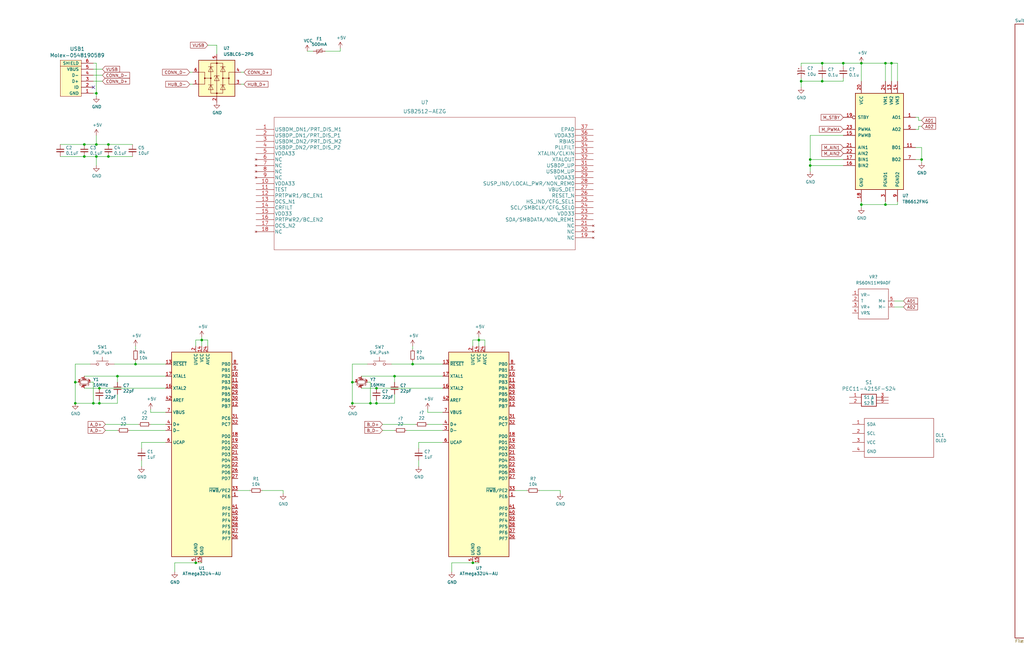
<source format=kicad_sch>
(kicad_sch (version 20211123) (generator eeschema)
  (paper "B")
  (title_block (title "JSmaldone-Keyboard") (date "2022-11-25") (rev "1"))
  (junction (at 201.93 143.51))
  (junction (at 40.64 39.37))
  (junction (at 571.5 113.03))
  (junction (at 674.37 184.15))
  (junction (at 341.63 67.31))
  (junction (at 148.59 170.18))
  (junction (at 699.77 125.73))
  (junction (at 560.07 125.73))
  (junction (at 698.5 74.93))
  (junction (at 711.2 151.13))
  (junction (at 585.47 125.73))
  (junction (at 661.67 125.73))
  (junction (at 598.17 87.63))
  (junction (at 660.4 74.93))
  (junction (at 572.77 106.68))
  (junction (at 598.17 125.73))
  (junction (at 571.5 132.08))
  (junction (at 647.7 74.93))
  (junction (at 661.67 106.68))
  (junction (at 373.38 86.36))
  (junction (at 674.37 163.83))
  (junction (at 82.55 237.49))
  (junction (at 698.5 113.03))
  (junction (at 711.2 93.98))
  (junction (at 609.6 93.98))
  (junction (at 687.07 106.68))
  (junction (at 558.8 74.93))
  (junction (at 571.5 74.93))
  (junction (at 572.77 163.83))
  (junction (at 35.56 66.04))
  (junction (at 85.09 143.51))
  (junction (at 661.67 144.78))
  (junction (at 635 93.98))
  (junction (at 673.1 113.03))
  (junction (at 41.91 170.18))
  (junction (at 711.2 113.03))
  (junction (at 623.57 144.78))
  (junction (at 158.75 170.18))
  (junction (at 558.8 151.13))
  (junction (at 585.47 106.68))
  (junction (at 673.1 74.93))
  (junction (at 596.9 132.08))
  (junction (at 355.6 26.67))
  (junction (at 560.07 184.15))
  (junction (at 158.75 163.83))
  (junction (at 610.87 163.83))
  (junction (at 35.56 60.96))
  (junction (at 199.39 237.49))
  (junction (at 388.62 67.31))
  (junction (at 622.3 132.08))
  (junction (at 685.8 74.93))
  (junction (at 547.37 106.68))
  (junction (at 57.15 153.67))
  (junction (at 648.97 144.78))
  (junction (at 610.87 87.63))
  (junction (at 636.27 87.63))
  (junction (at 636.27 144.78))
  (junction (at 572.77 125.73))
  (junction (at 647.7 132.08))
  (junction (at 598.17 106.68))
  (junction (at 622.3 113.03))
  (junction (at 572.77 87.63))
  (junction (at 673.1 132.08))
  (junction (at 623.57 87.63))
  (junction (at 623.57 163.83))
  (junction (at 660.4 93.98))
  (junction (at 156.21 170.18))
  (junction (at 598.17 144.78))
  (junction (at 623.57 106.68))
  (junction (at 337.82 34.29))
  (junction (at 609.6 74.93))
  (junction (at 363.22 26.67))
  (junction (at 45.72 60.96))
  (junction (at 346.71 34.29))
  (junction (at 547.37 184.15))
  (junction (at 558.8 93.98))
  (junction (at 31.75 161.29))
  (junction (at 584.2 151.13))
  (junction (at 373.38 26.67))
  (junction (at 558.8 113.03))
  (junction (at 572.77 144.78))
  (junction (at 648.97 163.83))
  (junction (at 622.3 74.93))
  (junction (at 685.8 132.08))
  (junction (at 560.07 87.63))
  (junction (at 560.07 144.78))
  (junction (at 636.27 163.83))
  (junction (at 598.17 163.83))
  (junction (at 648.97 106.68))
  (junction (at 363.22 86.36))
  (junction (at 572.77 184.15))
  (junction (at 636.27 106.68))
  (junction (at 647.7 113.03))
  (junction (at 560.07 163.83))
  (junction (at 166.37 158.75))
  (junction (at 687.07 125.73))
  (junction (at 584.2 93.98))
  (junction (at 674.37 144.78))
  (junction (at 596.9 93.98))
  (junction (at 674.37 87.63))
  (junction (at 45.72 66.04))
  (junction (at 635 113.03))
  (junction (at 687.07 87.63))
  (junction (at 711.2 132.08))
  (junction (at 647.7 93.98))
  (junction (at 712.47 106.68))
  (junction (at 623.57 125.73))
  (junction (at 648.97 87.63))
  (junction (at 375.92 26.67))
  (junction (at 609.6 113.03))
  (junction (at 674.37 106.68))
  (junction (at 660.4 113.03))
  (junction (at 585.47 144.78))
  (junction (at 39.37 170.18))
  (junction (at 571.5 151.13))
  (junction (at 685.8 113.03))
  (junction (at 341.63 69.85))
  (junction (at 596.9 113.03))
  (junction (at 584.2 113.03))
  (junction (at 547.37 87.63))
  (junction (at 346.71 26.67))
  (junction (at 173.99 153.67))
  (junction (at 585.47 87.63))
  (junction (at 687.07 184.15))
  (junction (at 673.1 151.13))
  (junction (at 635 74.93))
  (junction (at 674.37 125.73))
  (junction (at 661.67 87.63))
  (junction (at 698.5 151.13))
  (junction (at 685.8 151.13))
  (junction (at 622.3 151.13))
  (junction (at 547.37 144.78))
  (junction (at 547.37 125.73))
  (junction (at 648.97 125.73))
  (junction (at 40.64 66.04))
  (junction (at 148.59 161.29))
  (junction (at 660.4 132.08))
  (junction (at 610.87 125.73))
  (junction (at 584.2 74.93))
  (junction (at 31.75 170.18))
  (junction (at 547.37 163.83))
  (junction (at 610.87 106.68))
  (junction (at 584.2 132.08))
  (junction (at 609.6 132.08))
  (junction (at 558.8 132.08))
  (junction (at 661.67 184.15))
  (junction (at 699.77 106.68))
  (junction (at 610.87 144.78))
  (junction (at 41.91 163.83))
  (junction (at 661.67 163.83))
  (junction (at 49.53 158.75))
  (junction (at 596.9 74.93))
  (junction (at 622.3 93.98))
  (junction (at 685.8 93.98))
  (junction (at 40.64 60.96))
  (junction (at 673.1 93.98))
  (junction (at 635 132.08))
  (junction (at 711.2 74.93))
  (junction (at 585.47 163.83))
  (junction (at 610.87 184.15))
  (junction (at 723.9 93.98))
  (junction (at 571.5 93.98))
  (junction (at 560.07 106.68))
  (junction (at 687.07 163.83))
  (junction (at 698.5 93.98))
  (junction (at 687.07 144.78))
  (junction (at 698.5 132.08))
  (junction (at 636.27 125.73))
  (no_connect (at 39.37 36.83))
  (wire (pts (xy 725.17 100.33) (xy 730.25 100.33)))
  (wire (pts (xy 648.97 100.33) (xy 654.05 100.33)))
  (wire (pts (xy 679.45 81.28) (xy 679.45 80.01)))
  (wire (pts (xy 227.33 207.01) (xy 236.22 207.01)))
  (wire (pts (xy 375.92 26.67) (xy 378.46 26.67)))
  (wire (pts (xy 598.17 105.41) (xy 598.17 106.68)))
  (wire (pts (xy 673.1 151.13) (xy 671.83 151.13)))
  (wire (pts (xy 636.27 106.68) (xy 648.97 106.68)))
  (wire (pts (xy 165.1 153.67) (xy 173.99 153.67)))
  (wire (pts (xy 647.7 132.08) (xy 647.7 151.13)))
  (wire (pts (xy 388.62 67.31) (xy 388.62 68.58)))
  (wire (pts (xy 39.37 29.21) (xy 43.18 29.21)))
  (wire (pts (xy 674.37 163.83) (xy 687.07 163.83)))
  (wire (pts (xy 699.77 106.68) (xy 712.47 106.68)))
  (wire (pts (xy 603.25 100.33) (xy 603.25 99.06)))
  (wire (pts (xy 577.85 119.38) (xy 577.85 118.11)))
  (wire (pts (xy 584.2 113.03) (xy 582.93 113.03)))
  (wire (pts (xy 35.56 60.96) (xy 25.4 60.96)))
  (wire (pts (xy 635 151.13) (xy 633.73 151.13)))
  (wire (pts (xy 635 113.03) (xy 635 132.08)))
  (wire (pts (xy 552.45 177.8) (xy 552.45 176.53)))
  (wire (pts (xy 39.37 161.29) (xy 39.37 170.18)))
  (wire (pts (xy 641.35 100.33) (xy 641.35 99.06)))
  (wire (pts (xy 666.75 81.28) (xy 666.75 80.01)))
  (wire (pts (xy 171.45 181.61) (xy 186.69 181.61)))
  (wire (pts (xy 119.38 207.01) (xy 119.38 208.28)))
  (wire (pts (xy 387.35 53.34) (xy 388.62 53.34)))
  (wire (pts (xy 615.95 100.33) (xy 615.95 99.06)))
  (wire (pts (xy 373.38 86.36) (xy 378.46 86.36)))
  (wire (pts (xy 386.08 67.31) (xy 388.62 67.31)))
  (wire (pts (xy 572.77 143.51) (xy 572.77 144.78)))
  (wire (pts (xy 91.44 19.05) (xy 91.44 22.86)))
  (wire (pts (xy 699.77 125.73) (xy 712.47 125.73)))
  (wire (pts (xy 636.27 86.36) (xy 636.27 87.63)))
  (wire (pts (xy 623.57 119.38) (xy 628.65 119.38)))
  (wire (pts (xy 647.7 132.08) (xy 646.43 132.08)))
  (wire (pts (xy 648.97 143.51) (xy 648.97 144.78)))
  (wire (pts (xy 341.63 67.31) (xy 341.63 69.85)))
  (wire (pts (xy 560.07 105.41) (xy 560.07 106.68)))
  (wire (pts (xy 355.6 33.02) (xy 355.6 34.29)))
  (wire (pts (xy 661.67 125.73) (xy 674.37 125.73)))
  (wire (pts (xy 598.17 124.46) (xy 598.17 125.73)))
  (wire (pts (xy 201.93 146.05) (xy 201.93 143.51)))
  (wire (pts (xy 610.87 162.56) (xy 610.87 163.83)))
  (wire (pts (xy 610.87 124.46) (xy 610.87 125.73)))
  (wire (pts (xy 557.53 171.45) (xy 558.8 171.45)))
  (wire (pts (xy 44.45 179.07) (xy 58.42 179.07)))
  (wire (pts (xy 152.4 158.75) (xy 166.37 158.75)))
  (wire (pts (xy 661.67 100.33) (xy 666.75 100.33)))
  (wire (pts (xy 82.55 143.51) (xy 85.09 143.51)))
  (wire (pts (xy 679.45 100.33) (xy 679.45 99.06)))
  (wire (pts (xy 622.3 74.93) (xy 621.03 74.93)))
  (wire (pts (xy 69.85 186.69) (xy 59.69 186.69)))
  (wire (pts (xy 161.29 181.61) (xy 166.37 181.61)))
  (wire (pts (xy 87.63 146.05) (xy 87.63 143.51)))
  (wire (pts (xy 603.25 157.48) (xy 603.25 156.21)))
  (wire (pts (xy 623.57 105.41) (xy 623.57 106.68)))
  (wire (pts (xy 698.5 132.08) (xy 697.23 132.08)))
  (wire (pts (xy 609.6 93.98) (xy 608.33 93.98)))
  (wire (pts (xy 386.08 62.23) (xy 388.62 62.23)))
  (wire (pts (xy 337.82 26.67) (xy 346.71 26.67)))
  (wire (pts (xy 565.15 138.43) (xy 565.15 137.16)))
  (wire (pts (xy 560.07 177.8) (xy 565.15 177.8)))
  (wire (pts (xy 660.4 132.08) (xy 660.4 151.13)))
  (wire (pts (xy 31.75 153.67) (xy 31.75 161.29)))
  (wire (pts (xy 572.77 105.41) (xy 572.77 106.68)))
  (wire (pts (xy 69.85 179.07) (xy 63.5 179.07)))
  (wire (pts (xy 560.07 81.28) (xy 565.15 81.28)))
  (wire (pts (xy 598.17 119.38) (xy 603.25 119.38)))
  (wire (pts (xy 73.66 237.49) (xy 73.66 241.3)))
  (wire (pts (xy 673.1 69.85) (xy 673.1 74.93)))
  (wire (pts (xy 673.1 74.93) (xy 671.83 74.93)))
  (wire (pts (xy 717.55 119.38) (xy 717.55 118.11)))
  (wire (pts (xy 660.4 93.98) (xy 659.13 93.98)))
  (wire (pts (xy 674.37 106.68) (xy 687.07 106.68)))
  (wire (pts (xy 571.5 74.93) (xy 570.23 74.93)))
  (wire (pts (xy 685.8 93.98) (xy 685.8 113.03)))
  (wire (pts (xy 687.07 157.48) (xy 692.15 157.48)))
  (wire (pts (xy 584.2 74.93) (xy 582.93 74.93)))
  (wire (pts (xy 673.1 93.98) (xy 671.83 93.98)))
  (wire (pts (xy 547.37 87.63) (xy 547.37 86.36)))
  (wire (pts (xy 585.47 100.33) (xy 590.55 100.33)))
  (wire (pts (xy 623.57 163.83) (xy 636.27 163.83)))
  (wire (pts (xy 544.83 106.68) (xy 547.37 106.68)))
  (wire (pts (xy 552.45 157.48) (xy 552.45 156.21)))
  (wire (pts (xy 547.37 157.48) (xy 552.45 157.48)))
  (wire (pts (xy 166.37 161.29) (xy 166.37 158.75)))
  (wire (pts (xy 87.63 19.05) (xy 91.44 19.05)))
  (wire (pts (xy 346.71 26.67) (xy 346.71 27.94)))
  (wire (pts (xy 547.37 163.83) (xy 560.07 163.83)))
  (wire (pts (xy 641.35 119.38) (xy 641.35 118.11)))
  (wire (pts (xy 199.39 143.51) (xy 201.93 143.51)))
  (wire (pts (xy 654.05 81.28) (xy 654.05 80.01)))
  (wire (pts (xy 699.77 162.56) (xy 699.77 163.83)))
  (wire (pts (xy 687.07 87.63) (xy 699.77 87.63)))
  (wire (pts (xy 661.67 105.41) (xy 661.67 106.68)))
  (wire (pts (xy 636.27 87.63) (xy 648.97 87.63)))
  (wire (pts (xy 25.4 66.04) (xy 35.56 66.04)))
  (wire (pts (xy 685.8 93.98) (xy 684.53 93.98)))
  (wire (pts (xy 560.07 86.36) (xy 560.07 87.63)))
  (wire (pts (xy 661.67 119.38) (xy 666.75 119.38)))
  (wire (pts (xy 623.57 138.43) (xy 628.65 138.43)))
  (wire (pts (xy 41.91 168.91) (xy 41.91 170.18)))
  (wire (pts (xy 622.3 74.93) (xy 622.3 93.98)))
  (wire (pts (xy 166.37 170.18) (xy 158.75 170.18)))
  (wire (pts (xy 711.2 151.13) (xy 709.93 151.13)))
  (wire (pts (xy 674.37 138.43) (xy 679.45 138.43)))
  (wire (pts (xy 355.6 69.85) (xy 341.63 69.85)))
  (wire (pts (xy 685.8 74.93) (xy 684.53 74.93)))
  (wire (pts (xy 45.72 60.96) (xy 40.64 60.96)))
  (wire (pts (xy 560.07 157.48) (xy 565.15 157.48)))
  (wire (pts (xy 622.3 113.03) (xy 622.3 132.08)))
  (wire (pts (xy 547.37 81.28) (xy 552.45 81.28)))
  (wire (pts (xy 699.77 81.28) (xy 704.85 81.28)))
  (wire (pts (xy 57.15 152.4) (xy 57.15 153.67)))
  (wire (pts (xy 584.2 151.13) (xy 582.93 151.13)))
  (wire (pts (xy 190.5 237.49) (xy 190.5 241.3)))
  (wire (pts (xy 377.19 127) (xy 381 127)))
  (wire (pts (xy 572.77 157.48) (xy 577.85 157.48)))
  (wire (pts (xy 628.65 81.28) (xy 628.65 80.01)))
  (wire (pts (xy 685.8 151.13) (xy 684.53 151.13)))
  (wire (pts (xy 610.87 87.63) (xy 623.57 87.63)))
  (wire (pts (xy 660.4 93.98) (xy 660.4 113.03)))
  (wire (pts (xy 698.5 93.98) (xy 697.23 93.98)))
  (wire (pts (xy 648.97 105.41) (xy 648.97 106.68)))
  (wire (pts (xy 570.23 132.08) (xy 571.5 132.08)))
  (wire (pts (xy 660.4 69.85) (xy 660.4 74.93)))
  (wire (pts (xy 623.57 81.28) (xy 628.65 81.28)))
  (wire (pts (xy 161.29 179.07) (xy 175.26 179.07)))
  (wire (pts (xy 692.15 119.38) (xy 692.15 118.11)))
  (wire (pts (xy 648.97 162.56) (xy 648.97 163.83)))
  (wire (pts (xy 666.75 157.48) (xy 666.75 156.21)))
  (wire (pts (xy 585.47 138.43) (xy 590.55 138.43)))
  (wire (pts (xy 687.07 177.8) (xy 692.15 177.8)))
  (wire (pts (xy 610.87 144.78) (xy 623.57 144.78)))
  (wire (pts (xy 673.1 93.98) (xy 673.1 113.03)))
  (wire (pts (xy 590.55 157.48) (xy 590.55 156.21)))
  (wire (pts (xy 674.37 81.28) (xy 679.45 81.28)))
  (wire (pts (xy 687.07 119.38) (xy 692.15 119.38)))
  (wire (pts (xy 346.71 26.67) (xy 355.6 26.67)))
  (wire (pts (xy 660.4 74.93) (xy 659.13 74.93)))
  (wire (pts (xy 711.2 151.13) (xy 711.2 171.45)))
  (wire (pts (xy 635 113.03) (xy 633.73 113.03)))
  (wire (pts (xy 717.55 100.33) (xy 717.55 99.06)))
  (wire (pts (xy 623.57 106.68) (xy 636.27 106.68)))
  (wire (pts (xy 558.8 132.08) (xy 558.8 113.03)))
  (wire (pts (xy 166.37 166.37) (xy 166.37 170.18)))
  (wire (pts (xy 143.51 21.59) (xy 143.51 20.32)))
  (wire (pts (xy 217.17 207.01) (xy 222.25 207.01)))
  (wire (pts (xy 552.45 138.43) (xy 552.45 137.16)))
  (wire (pts (xy 661.67 87.63) (xy 674.37 87.63)))
  (wire (pts (xy 623.57 125.73) (xy 636.27 125.73)))
  (wire (pts (xy 572.77 106.68) (xy 585.47 106.68)))
  (wire (pts (xy 572.77 163.83) (xy 585.47 163.83)))
  (wire (pts (xy 572.77 86.36) (xy 572.77 87.63)))
  (wire (pts (xy 201.93 237.49) (xy 199.39 237.49)))
  (wire (pts (xy 596.9 74.93) (xy 595.63 74.93)))
  (wire (pts (xy 711.2 93.98) (xy 709.93 93.98)))
  (wire (pts (xy 201.93 143.51) (xy 201.93 142.24)))
  (wire (pts (xy 704.85 100.33) (xy 704.85 99.06)))
  (wire (pts (xy 40.64 57.15) (xy 40.64 60.96)))
  (wire (pts (xy 622.3 151.13) (xy 622.3 171.45)))
  (wire (pts (xy 636.27 163.83) (xy 648.97 163.83)))
  (wire (pts (xy 711.2 132.08) (xy 711.2 151.13)))
  (wire (pts (xy 615.95 138.43) (xy 615.95 137.16)))
  (wire (pts (xy 80.01 30.48) (xy 81.28 30.48)))
  (wire (pts (xy 565.15 177.8) (xy 565.15 176.53)))
  (wire (pts (xy 560.07 163.83) (xy 572.77 163.83)))
  (wire (pts (xy 180.34 173.99) (xy 180.34 172.72)))
  (wire (pts (xy 661.67 184.15) (xy 674.37 184.15)))
  (wire (pts (xy 363.22 86.36) (xy 363.22 87.63)))
  (wire (pts (xy 687.07 100.33) (xy 692.15 100.33)))
  (wire (pts (xy 199.39 146.05) (xy 199.39 143.51)))
  (wire (pts (xy 679.45 138.43) (xy 679.45 137.16)))
  (wire (pts (xy 584.2 132.08) (xy 582.93 132.08)))
  (wire (pts (xy 641.35 138.43) (xy 641.35 137.16)))
  (wire (pts (xy 698.5 113.03) (xy 698.5 132.08)))
  (wire (pts (xy 674.37 125.73) (xy 687.07 125.73)))
  (wire (pts (xy 547.37 184.15) (xy 560.07 184.15)))
  (wire (pts (xy 378.46 85.09) (xy 378.46 86.36)))
  (wire (pts (xy 687.07 163.83) (xy 699.77 163.83)))
  (wire (pts (xy 186.69 173.99) (xy 180.34 173.99)))
  (wire (pts (xy 557.53 93.98) (xy 558.8 93.98)))
  (wire (pts (xy 623.57 124.46) (xy 623.57 125.73)))
  (wire (pts (xy 699.77 105.41) (xy 699.77 106.68)))
  (wire (pts (xy 552.45 119.38) (xy 552.45 118.11)))
  (wire (pts (xy 558.8 151.13) (xy 558.8 132.08)))
  (wire (pts (xy 661.67 182.88) (xy 661.67 184.15)))
  (wire (pts (xy 704.85 157.48) (xy 704.85 156.21)))
  (wire (pts (xy 674.37 87.63) (xy 687.07 87.63)))
  (wire (pts (xy 610.87 100.33) (xy 615.95 100.33)))
  (wire (pts (xy 110.49 207.01) (xy 119.38 207.01)))
  (wire (pts (xy 565.15 119.38) (xy 565.15 118.11)))
  (wire (pts (xy 557.53 151.13) (xy 558.8 151.13)))
  (wire (pts (xy 609.6 74.93) (xy 609.6 93.98)))
  (wire (pts (xy 59.69 186.69) (xy 59.69 189.23)))
  (wire (pts (xy 173.99 146.05) (xy 173.99 147.32)))
  (wire (pts (xy 45.72 66.04) (xy 55.88 66.04)))
  (wire (pts (xy 610.87 177.8) (xy 615.95 177.8)))
  (wire (pts (xy 585.47 105.41) (xy 585.47 106.68)))
  (wire (pts (xy 40.64 39.37) (xy 40.64 40.64)))
  (wire (pts (xy 552.45 81.28) (xy 552.45 80.01)))
  (wire (pts (xy 712.47 125.73) (xy 712.47 124.46)))
  (wire (pts (xy 609.6 132.08) (xy 609.6 151.13)))
  (wire (pts (xy 674.37 184.15) (xy 687.07 184.15)))
  (wire (pts (xy 622.3 132.08) (xy 622.3 151.13)))
  (wire (pts (xy 628.65 100.33) (xy 628.65 99.06)))
  (wire (pts (xy 623.57 86.36) (xy 623.57 87.63)))
  (wire (pts (xy 736.6 93.98) (xy 736.6 69.85)))
  (wire (pts (xy 101.6 35.56) (xy 102.87 35.56)))
  (wire (pts (xy 590.55 100.33) (xy 590.55 99.06)))
  (wire (pts (xy 572.77 138.43) (xy 577.85 138.43)))
  (wire (pts (xy 560.07 143.51) (xy 560.07 144.78)))
  (wire (pts (xy 647.7 93.98) (xy 646.43 93.98)))
  (wire (pts (xy 363.22 26.67) (xy 363.22 34.29)))
  (wire (pts (xy 647.7 113.03) (xy 647.7 132.08)))
  (wire (pts (xy 687.07 184.15) (xy 699.77 184.15)))
  (wire (pts (xy 674.37 182.88) (xy 674.37 184.15)))
  (wire (pts (xy 363.22 26.67) (xy 373.38 26.67)))
  (wire (pts (xy 585.47 162.56) (xy 585.47 163.83)))
  (wire (pts (xy 39.37 31.75) (xy 43.18 31.75)))
  (wire (pts (xy 687.07 182.88) (xy 687.07 184.15)))
  (wire (pts (xy 41.91 163.83) (xy 69.85 163.83)))
  (wire (pts (xy 610.87 163.83) (xy 623.57 163.83)))
  (wire (pts (xy 711.2 113.03) (xy 709.93 113.03)))
  (wire (pts (xy 698.5 151.13) (xy 697.23 151.13)))
  (wire (pts (xy 692.15 100.33) (xy 692.15 99.06)))
  (wire (pts (xy 661.67 157.48) (xy 666.75 157.48)))
  (wire (pts (xy 673.1 132.08) (xy 673.1 151.13)))
  (wire (pts (xy 584.2 132.08) (xy 584.2 151.13)))
  (wire (pts (xy 560.07 106.68) (xy 572.77 106.68)))
  (wire (pts (xy 711.2 69.85) (xy 711.2 74.93)))
  (wire (pts (xy 341.63 57.15) (xy 341.63 67.31)))
  (wire (pts (xy 722.63 93.98) (xy 723.9 93.98)))
  (wire (pts (xy 730.25 100.33) (xy 730.25 99.06)))
  (wire (pts (xy 674.37 86.36) (xy 674.37 87.63)))
  (wire (pts (xy 698.5 74.93) (xy 698.5 93.98)))
  (wire (pts (xy 687.07 81.28) (xy 692.15 81.28)))
  (wire (pts (xy 154.94 153.67) (xy 148.59 153.67)))
  (wire (pts (xy 355.6 34.29) (xy 346.71 34.29)))
  (wire (pts (xy 698.5 171.45) (xy 697.23 171.45)))
  (wire (pts (xy 692.15 177.8) (xy 692.15 176.53)))
  (wire (pts (xy 674.37 162.56) (xy 674.37 163.83)))
  (wire (pts (xy 585.47 106.68) (xy 598.17 106.68)))
  (wire (pts (xy 623.57 100.33) (xy 628.65 100.33)))
  (wire (pts (xy 635 74.93) (xy 633.73 74.93)))
  (wire (pts (xy 39.37 170.18) (xy 31.75 170.18)))
  (wire (pts (xy 572.77 144.78) (xy 585.47 144.78)))
  (wire (pts (xy 544.83 125.73) (xy 547.37 125.73)))
  (wire (pts (xy 176.53 194.31) (xy 176.53 196.85)))
  (wire (pts (xy 673.1 151.13) (xy 673.1 171.45)))
  (wire (pts (xy 628.65 119.38) (xy 628.65 118.11)))
  (wire (pts (xy 609.6 132.08) (xy 608.33 132.08)))
  (wire (pts (xy 636.27 119.38) (xy 641.35 119.38)))
  (wire (pts (xy 557.53 132.08) (xy 558.8 132.08)))
  (wire (pts (xy 609.6 93.98) (xy 609.6 113.03)))
  (wire (pts (xy 39.37 26.67) (xy 40.64 26.67)))
  (wire (pts (xy 585.47 119.38) (xy 590.55 119.38)))
  (wire (pts (xy 635 93.98) (xy 635 113.03)))
  (wire (pts (xy 85.09 146.05) (xy 85.09 143.51)))
  (wire (pts (xy 673.1 74.93) (xy 673.1 93.98)))
  (wire (pts (xy 355.6 26.67) (xy 355.6 27.94)))
  (wire (pts (xy 100.33 207.01) (xy 105.41 207.01)))
  (wire (pts (xy 585.47 87.63) (xy 598.17 87.63)))
  (wire (pts (xy 636.27 124.46) (xy 636.27 125.73)))
  (wire (pts (xy 647.7 93.98) (xy 647.7 113.03)))
  (wire (pts (xy 598.17 162.56) (xy 598.17 163.83)))
  (wire (pts (xy 560.07 182.88) (xy 560.07 184.15)))
  (wire (pts (xy 552.45 100.33) (xy 552.45 99.06)))
  (wire (pts (xy 647.7 151.13) (xy 646.43 151.13)))
  (wire (pts (xy 585.47 124.46) (xy 585.47 125.73)))
  (wire (pts (xy 572.77 182.88) (xy 572.77 184.15)))
  (wire (pts (xy 69.85 173.99) (xy 63.5 173.99)))
  (wire (pts (xy 49.53 170.18) (xy 41.91 170.18)))
  (wire (pts (xy 648.97 157.48) (xy 654.05 157.48)))
  (wire (pts (xy 337.82 34.29) (xy 337.82 36.83)))
  (wire (pts (xy 699.77 143.51) (xy 699.77 144.78)))
  (wire (pts (xy 547.37 125.73) (xy 547.37 124.46)))
  (wire (pts (xy 622.3 113.03) (xy 621.03 113.03)))
  (wire (pts (xy 648.97 106.68) (xy 661.67 106.68)))
  (wire (pts (xy 660.4 113.03) (xy 659.13 113.03)))
  (wire (pts (xy 712.47 106.68) (xy 712.47 105.41)))
  (wire (pts (xy 572.77 81.28) (xy 577.85 81.28)))
  (wire (pts (xy 40.64 69.85) (xy 40.64 66.04)))
  (wire (pts (xy 598.17 157.48) (xy 603.25 157.48)))
  (wire (pts (xy 596.9 74.93) (xy 596.9 93.98)))
  (wire (pts (xy 85.09 237.49) (xy 82.55 237.49)))
  (wire (pts (xy 598.17 81.28) (xy 603.25 81.28)))
  (wire (pts (xy 674.37 177.8) (xy 679.45 177.8)))
  (wire (pts (xy 355.6 67.31) (xy 341.63 67.31)))
  (wire (pts (xy 674.37 124.46) (xy 674.37 125.73)))
  (wire (pts (xy 158.75 170.18) (xy 156.21 170.18)))
  (wire (pts (xy 641.35 157.48) (xy 641.35 156.21)))
  (wire (pts (xy 590.55 138.43) (xy 590.55 137.16)))
  (wire (pts (xy 158.75 168.91) (xy 158.75 170.18)))
  (wire (pts (xy 236.22 207.01) (xy 236.22 208.28)))
  (wire (pts (xy 176.53 186.69) (xy 176.53 189.23)))
  (wire (pts (xy 373.38 26.67) (xy 375.92 26.67)))
  (wire (pts (xy 699.77 100.33) (xy 704.85 100.33)))
  (wire (pts (xy 57.15 146.05) (xy 57.15 147.32)))
  (wire (pts (xy 687.07 86.36) (xy 687.07 87.63)))
  (wire (pts (xy 622.3 171.45) (xy 621.03 171.45)))
  (wire (pts (xy 598.17 125.73) (xy 610.87 125.73)))
  (wire (pts (xy 585.47 125.73) (xy 598.17 125.73)))
  (wire (pts (xy 560.07 100.33) (xy 565.15 100.33)))
  (wire (pts (xy 386.08 54.61) (xy 387.35 54.61)))
  (wire (pts (xy 585.47 86.36) (xy 585.47 87.63)))
  (wire (pts (xy 547.37 144.78) (xy 547.37 143.51)))
  (wire (pts (xy 666.75 177.8) (xy 666.75 176.53)))
  (wire (pts (xy 55.88 60.96) (xy 45.72 60.96)))
  (wire (pts (xy 590.55 119.38) (xy 590.55 118.11)))
  (wire (pts (xy 572.77 177.8) (xy 577.85 177.8)))
  (wire (pts (xy 623.57 144.78) (xy 636.27 144.78)))
  (wire (pts (xy 699.77 157.48) (xy 704.85 157.48)))
  (wire (pts (xy 346.71 33.02) (xy 346.71 34.29)))
  (wire (pts (xy 547.37 177.8) (xy 552.45 177.8)))
  (wire (pts (xy 31.75 161.29) (xy 33.02 161.29)))
  (wire (pts (xy 571.5 132.08) (xy 571.5 113.03)))
  (wire (pts (xy 585.47 143.51) (xy 585.47 144.78)))
  (wire (pts (xy 547.37 144.78) (xy 560.07 144.78)))
  (wire (pts (xy 558.8 113.03) (xy 558.8 93.98)))
  (wire (pts (xy 49.53 158.75) (xy 69.85 158.75)))
  (wire (pts (xy 156.21 161.29) (xy 156.21 170.18)))
  (wire (pts (xy 375.92 26.67) (xy 375.92 34.29)))
  (wire (pts (xy 636.27 100.33) (xy 641.35 100.33)))
  (wire (pts (xy 59.69 194.31) (xy 59.69 196.85)))
  (wire (pts (xy 610.87 81.28) (xy 615.95 81.28)))
  (wire (pts (xy 40.64 26.67) (xy 40.64 39.37)))
  (wire (pts (xy 660.4 132.08) (xy 659.13 132.08)))
  (wire (pts (xy 572.77 184.15) (xy 610.87 184.15)))
  (wire (pts (xy 674.37 119.38) (xy 679.45 119.38)))
  (wire (pts (xy 712.47 100.33) (xy 717.55 100.33)))
  (wire (pts (xy 647.7 113.03) (xy 646.43 113.03)))
  (wire (pts (xy 623.57 87.63) (xy 636.27 87.63)))
  (wire (pts (xy 148.59 161.29) (xy 149.86 161.29)))
  (wire (pts (xy 698.5 113.03) (xy 697.23 113.03)))
  (wire (pts (xy 363.22 86.36) (xy 373.38 86.36)))
  (wire (pts (xy 363.22 85.09) (xy 363.22 86.36)))
  (wire (pts (xy 687.07 105.41) (xy 687.07 106.68)))
  (wire (pts (xy 704.85 177.8) (xy 704.85 176.53)))
  (wire (pts (xy 173.99 153.67) (xy 186.69 153.67)))
  (wire (pts (xy 565.15 100.33) (xy 565.15 99.06)))
  (wire (pts (xy 699.77 138.43) (xy 704.85 138.43)))
  (wire (pts (xy 584.2 113.03) (xy 584.2 132.08)))
  (wire (pts (xy 571.5 93.98) (xy 571.5 74.93)))
  (wire (pts (xy 654.05 157.48) (xy 654.05 156.21)))
  (wire (pts (xy 654.05 119.38) (xy 654.05 118.11)))
  (wire (pts (xy 648.97 81.28) (xy 654.05 81.28)))
  (wire (pts (xy 557.53 113.03) (xy 558.8 113.03)))
  (wire (pts (xy 661.67 177.8) (xy 666.75 177.8)))
  (wire (pts (xy 661.67 162.56) (xy 661.67 163.83)))
  (wire (pts (xy 610.87 138.43) (xy 615.95 138.43)))
  (wire (pts (xy 698.5 93.98) (xy 698.5 113.03)))
  (wire (pts (xy 585.47 144.78) (xy 598.17 144.78)))
  (wire (pts (xy 204.47 143.51) (xy 201.93 143.51)))
  (wire (pts (xy 386.08 49.53) (xy 387.35 49.53)))
  (wire (pts (xy 704.85 81.28) (xy 704.85 80.01)))
  (wire (pts (xy 687.07 162.56) (xy 687.07 163.83)))
  (wire (pts (xy 692.15 157.48) (xy 692.15 156.21)))
  (wire (pts (xy 692.15 81.28) (xy 692.15 80.01)))
  (wire (pts (xy 49.53 161.29) (xy 49.53 158.75)))
  (wire (pts (xy 685.8 132.08) (xy 684.53 132.08)))
  (wire (pts (xy 610.87 106.68) (xy 623.57 106.68)))
  (wire (pts (xy 603.25 119.38) (xy 603.25 118.11)))
  (wire (pts (xy 674.37 105.41) (xy 674.37 106.68)))
  (wire (pts (xy 585.47 163.83) (xy 598.17 163.83)))
  (wire (pts (xy 647.7 74.93) (xy 646.43 74.93)))
  (wire (pts (xy 560.07 124.46) (xy 560.07 125.73)))
  (wire (pts (xy 40.64 66.04) (xy 45.72 66.04)))
  (wire (pts (xy 558.8 74.93) (xy 557.53 74.93)))
  (wire (pts (xy 674.37 100.33) (xy 679.45 100.33)))
  (wire (pts (xy 609.6 151.13) (xy 608.33 151.13)))
  (wire (pts (xy 558.8 69.85) (xy 558.8 74.93)))
  (wire (pts (xy 623.57 157.48) (xy 628.65 157.48)))
  (wire (pts (xy 565.15 157.48) (xy 565.15 156.21)))
  (wire (pts (xy 660.4 74.93) (xy 660.4 93.98)))
  (wire (pts (xy 679.45 157.48) (xy 679.45 156.21)))
  (wire (pts (xy 685.8 74.93) (xy 685.8 93.98)))
  (wire (pts (xy 39.37 34.29) (xy 43.18 34.29)))
  (wire (pts (xy 598.17 106.68) (xy 610.87 106.68)))
  (wire (pts (xy 101.6 30.48) (xy 102.87 30.48)))
  (wire (pts (xy 44.45 181.61) (xy 49.53 181.61)))
  (wire (pts (xy 35.56 158.75) (xy 49.53 158.75)))
  (wire (pts (xy 661.67 124.46) (xy 661.67 125.73)))
  (wire (pts (xy 584.2 151.13) (xy 584.2 171.45)))
  (wire (pts (xy 596.9 69.85) (xy 596.9 74.93)))
  (wire (pts (xy 572.77 87.63) (xy 585.47 87.63)))
  (wire (pts (xy 547.37 184.15) (xy 547.37 182.88)))
  (wire (pts (xy 158.75 163.83) (xy 186.69 163.83)))
  (wire (pts (xy 337.82 27.94) (xy 337.82 26.67)))
  (wire (pts (xy 572.77 100.33) (xy 577.85 100.33)))
  (wire (pts (xy 346.71 34.29) (xy 337.82 34.29)))
  (wire (pts (xy 603.25 138.43) (xy 603.25 137.16)))
  (wire (pts (xy 570.23 151.13) (xy 571.5 151.13)))
  (wire (pts (xy 186.69 179.07) (xy 180.34 179.07)))
  (wire (pts (xy 698.5 69.85) (xy 698.5 74.93)))
  (wire (pts (xy 711.2 74.93) (xy 709.93 74.93)))
  (wire (pts (xy 622.3 93.98) (xy 621.03 93.98)))
  (wire (pts (xy 377.19 129.54) (xy 381 129.54)))
  (wire (pts (xy 623.57 143.51) (xy 623.57 144.78)))
  (wire (pts (xy 660.4 113.03) (xy 660.4 132.08)))
  (wire (pts (xy 660.4 151.13) (xy 659.13 151.13)))
  (wire (pts (xy 615.95 81.28) (xy 615.95 80.01)))
  (wire (pts (xy 647.7 74.93) (xy 647.7 93.98)))
  (wire (pts (xy 673.1 132.08) (xy 671.83 132.08)))
  (wire (pts (xy 654.05 138.43) (xy 654.05 137.16)))
  (wire (pts (xy 572.77 162.56) (xy 572.77 163.83)))
  (wire (pts (xy 598.17 87.63) (xy 610.87 87.63)))
  (wire (pts (xy 558.8 171.45) (xy 558.8 151.13)))
  (wire (pts (xy 647.7 69.85) (xy 647.7 74.93)))
  (wire (pts (xy 38.1 153.67) (xy 31.75 153.67)))
  (wire (pts (xy 598.17 86.36) (xy 598.17 87.63)))
  (wire (pts (xy 673.1 113.03) (xy 673.1 132.08)))
  (wire (pts (xy 560.07 87.63) (xy 547.37 87.63)))
  (wire (pts (xy 57.15 153.67) (xy 69.85 153.67)))
  (wire (pts (xy 641.35 81.28) (xy 641.35 80.01)))
  (wire (pts (xy 584.2 171.45) (xy 582.93 171.45)))
  (wire (pts (xy 166.37 158.75) (xy 186.69 158.75)))
  (wire (pts (xy 712.47 119.38) (xy 717.55 119.38)))
  (wire (pts (xy 635 74.93) (xy 635 93.98)))
  (wire (pts (xy 547.37 125.73) (xy 560.07 125.73)))
  (wire (pts (xy 596.9 93.98) (xy 595.63 93.98)))
  (wire (pts (xy 355.6 26.67) (xy 363.22 26.67)))
  (wire (pts (xy 679.45 177.8) (xy 679.45 176.53)))
  (wire (pts (xy 387.35 50.8) (xy 388.62 50.8)))
  (wire (pts (xy 603.25 81.28) (xy 603.25 80.01)))
  (wire (pts (xy 186.69 186.69) (xy 176.53 186.69)))
  (wire (pts (xy 154.94 161.29) (xy 156.21 161.29)))
  (wire (pts (xy 547.37 119.38) (xy 552.45 119.38)))
  (wire (pts (xy 636.27 144.78) (xy 648.97 144.78)))
  (wire (pts (xy 666.75 119.38) (xy 666.75 118.11)))
  (wire (pts (xy 654.05 100.33) (xy 654.05 99.06)))
  (wire (pts (xy 687.07 125.73) (xy 699.77 125.73)))
  (wire (pts (xy 48.26 153.67) (xy 57.15 153.67)))
  (wire (pts (xy 685.8 113.03) (xy 684.53 113.03)))
  (wire (pts (xy 636.27 125.73) (xy 648.97 125.73)))
  (wire (pts (xy 623.57 162.56) (xy 623.57 163.83)))
  (wire (pts (xy 648.97 124.46) (xy 648.97 125.73)))
  (wire (pts (xy 596.9 113.03) (xy 596.9 132.08)))
  (wire (pts (xy 711.2 113.03) (xy 711.2 132.08)))
  (wire (pts (xy 544.83 163.83) (xy 547.37 163.83)))
  (wire (pts (xy 82.55 146.05) (xy 82.55 143.51)))
  (wire (pts (xy 636.27 138.43) (xy 641.35 138.43)))
  (wire (pts (xy 373.38 85.09) (xy 373.38 86.36)))
  (wire (pts (xy 577.85 177.8) (xy 577.85 176.53)))
  (wire (pts (xy 661.67 81.28) (xy 666.75 81.28)))
  (wire (pts (xy 35.56 163.83) (xy 41.91 163.83)))
  (wire (pts (xy 137.16 21.59) (xy 143.51 21.59)))
  (wire (pts (xy 687.07 124.46) (xy 687.07 125.73)))
  (wire (pts (xy 685.8 113.03) (xy 685.8 132.08)))
  (wire (pts (xy 674.37 157.48) (xy 679.45 157.48)))
  (wire (pts (xy 373.38 26.67) (xy 373.38 34.29)))
  (wire (pts (xy 635 93.98) (xy 633.73 93.98)))
  (wire (pts (xy 723.9 113.03) (xy 723.9 93.98)))
  (wire (pts (xy 560.07 184.15) (xy 572.77 184.15)))
  (wire (pts (xy 610.87 125.73) (xy 623.57 125.73)))
  (wire (pts (xy 378.46 26.67) (xy 378.46 34.29)))
  (wire (pts (xy 699.77 86.36) (xy 699.77 87.63)))
  (wire (pts (xy 622.3 93.98) (xy 622.3 113.03)))
  (wire (pts (xy 711.2 93.98) (xy 711.2 113.03)))
  (wire (pts (xy 648.97 86.36) (xy 648.97 87.63)))
  (wire (pts (xy 711.2 132.08) (xy 709.93 132.08)))
  (wire (pts (xy 585.47 81.28) (xy 590.55 81.28)))
  (wire (pts (xy 148.59 170.18) (xy 148.59 161.29)))
  (wire (pts (xy 570.23 113.03) (xy 571.5 113.03)))
  (wire (pts (xy 590.55 81.28) (xy 590.55 80.01)))
  (wire (pts (xy 666.75 100.33) (xy 666.75 99.06)))
  (wire (pts (xy 596.9 93.98) (xy 596.9 113.03)))
  (wire (pts (xy 598.17 100.33) (xy 603.25 100.33)))
  (wire (pts (xy 699.77 177.8) (xy 704.85 177.8)))
  (wire (pts (xy 692.15 138.43) (xy 692.15 137.16)))
  (wire (pts (xy 80.01 35.56) (xy 81.28 35.56)))
  (wire (pts (xy 337.82 33.02) (xy 337.82 34.29)))
  (wire (pts (xy 635 132.08) (xy 635 151.13)))
  (wire (pts (xy 661.67 144.78) (xy 674.37 144.78)))
  (wire (pts (xy 560.07 162.56) (xy 560.07 163.83)))
  (wire (pts (xy 711.2 171.45) (xy 709.93 171.45)))
  (wire (pts (xy 685.8 151.13) (xy 685.8 171.45)))
  (wire (pts (xy 679.45 119.38) (xy 679.45 118.11)))
  (wire (pts (xy 547.37 106.68) (xy 547.37 105.41)))
  (wire (pts (xy 560.07 87.63) (xy 572.77 87.63)))
  (wire (pts (xy 648.97 163.83) (xy 661.67 163.83)))
  (wire (pts (xy 584.2 74.93) (xy 584.2 93.98)))
  (wire (pts (xy 610.87 157.48) (xy 615.95 157.48)))
  (wire (pts (xy 87.63 143.51) (xy 85.09 143.51)))
  (wire (pts (xy 577.85 81.28) (xy 577.85 80.01)))
  (wire (pts (xy 596.9 151.13) (xy 595.63 151.13)))
  (wire (pts (xy 609.6 113.03) (xy 608.33 113.03)))
  (wire (pts (xy 173.99 152.4) (xy 173.99 153.67)))
  (wire (pts (xy 387.35 54.61) (xy 387.35 53.34)))
  (wire (pts (xy 661.67 106.68) (xy 674.37 106.68)))
  (wire (pts (xy 610.87 143.51) (xy 610.87 144.78)))
  (wire (pts (xy 199.39 237.49) (xy 190.5 237.49)))
  (wire (pts (xy 711.2 74.93) (xy 711.2 93.98)))
  (wire (pts (xy 31.75 170.18) (xy 31.75 161.29)))
  (wire (pts (xy 571.5 151.13) (xy 571.5 132.08)))
  (wire (pts (xy 584.2 93.98) (xy 582.93 93.98)))
  (wire (pts (xy 565.15 81.28) (xy 565.15 80.01)))
  (wire (pts (xy 648.97 87.63) (xy 661.67 87.63)))
  (wire (pts (xy 35.56 66.04) (xy 40.64 66.04)))
  (wire (pts (xy 570.23 171.45) (xy 571.5 171.45)))
  (wire (pts (xy 725.17 106.68) (xy 712.47 106.68)))
  (wire (pts (xy 622.3 69.85) (xy 622.3 74.93)))
  (wire (pts (xy 570.23 93.98) (xy 571.5 93.98)))
  (wire (pts (xy 577.85 138.43) (xy 577.85 137.16)))
  (wire (pts (xy 615.95 119.38) (xy 615.95 118.11)))
  (wire (pts (xy 636.27 81.28) (xy 641.35 81.28)))
  (wire (pts (xy 544.83 87.63) (xy 547.37 87.63)))
  (wire (pts (xy 661.67 138.43) (xy 666.75 138.43)))
  (wire (pts (xy 704.85 119.38) (xy 704.85 118.11)))
  (wire (pts (xy 636.27 162.56) (xy 636.27 163.83)))
  (wire (pts (xy 687.07 143.51) (xy 687.07 144.78)))
  (wire (pts (xy 636.27 143.51) (xy 636.27 144.78)))
  (wire (pts (xy 687.07 138.43) (xy 692.15 138.43)))
  (wire (pts (xy 725.17 106.68) (xy 725.17 105.41)))
  (wire (pts (xy 628.65 157.48) (xy 628.65 156.21)))
  (wire (pts (xy 571.5 69.85) (xy 571.5 74.93)))
  (wire (pts (xy 609.6 113.03) (xy 609.6 132.08)))
  (wire (pts (xy 609.6 69.85) (xy 609.6 74.93)))
  (wire (pts (xy 610.87 105.41) (xy 610.87 106.68)))
  (wire (pts (xy 560.07 144.78) (xy 572.77 144.78)))
  (wire (pts (xy 628.65 138.43) (xy 628.65 137.16)))
  (wire (pts (xy 156.21 170.18) (xy 148.59 170.18)))
  (wire (pts (xy 661.67 163.83) (xy 674.37 163.83)))
  (wire (pts (xy 571.5 171.45) (xy 571.5 151.13)))
  (wire (pts (xy 148.59 153.67) (xy 148.59 161.29)))
  (wire (pts (xy 622.3 132.08) (xy 621.03 132.08)))
  (wire (pts (xy 598.17 163.83) (xy 610.87 163.83)))
  (wire (pts (xy 596.9 132.08) (xy 595.63 132.08)))
  (wire (pts (xy 204.47 146.05) (xy 204.47 143.51)))
  (wire (pts (xy 63.5 173.99) (xy 63.5 172.72)))
  (wire (pts (xy 635 132.08) (xy 633.73 132.08)))
  (wire (pts (xy 598.17 138.43) (xy 603.25 138.43)))
  (wire (pts (xy 648.97 144.78) (xy 661.67 144.78)))
  (wire (pts (xy 610.87 182.88) (xy 610.87 184.15)))
  (wire (pts (xy 685.8 69.85) (xy 685.8 74.93)))
  (wire (pts (xy 341.63 69.85) (xy 341.63 72.39)))
  (wire (pts (xy 723.9 69.85) (xy 723.9 93.98)))
  (wire (pts (xy 648.97 138.43) (xy 654.05 138.43)))
  (wire (pts (xy 558.8 93.98) (xy 558.8 74.93)))
  (wire (pts (xy 635 69.85) (xy 635 74.93)))
  (wire (pts (xy 687.07 144.78) (xy 699.77 144.78)))
  (wire (pts (xy 615.95 157.48) (xy 615.95 156.21)))
  (wire (pts (xy 40.64 60.96) (xy 35.56 60.96)))
  (wire (pts (xy 544.83 184.15) (xy 547.37 184.15)))
  (wire (pts (xy 85.09 143.51) (xy 85.09 142.24)))
  (wire (pts (xy 388.62 62.23) (xy 388.62 67.31)))
  (wire (pts (xy 387.35 49.53) (xy 387.35 50.8)))
  (wire (pts (xy 129.54 21.59) (xy 132.08 21.59)))
  (wire (pts (xy 577.85 157.48) (xy 577.85 156.21)))
  (wire (pts (xy 622.3 151.13) (xy 621.03 151.13)))
  (wire (pts (xy 82.55 237.49) (xy 73.66 237.49)))
  (wire (pts (xy 560.07 125.73) (xy 572.77 125.73)))
  (wire (pts (xy 648.97 125.73) (xy 661.67 125.73)))
  (wire (pts (xy 699.77 124.46) (xy 699.77 125.73)))
  (wire (pts (xy 609.6 74.93) (xy 608.33 74.93)))
  (wire (pts (xy 596.9 132.08) (xy 596.9 151.13)))
  (wire (pts (xy 572.77 124.46) (xy 572.77 125.73)))
  (wire (pts (xy 636.27 157.48) (xy 641.35 157.48)))
  (wire (pts (xy 674.37 143.51) (xy 674.37 144.78)))
  (wire (pts (xy 666.75 138.43) (xy 666.75 137.16)))
  (wire (pts (xy 584.2 69.85) (xy 584.2 74.93)))
  (wire (pts (xy 560.07 138.43) (xy 565.15 138.43)))
  (wire (pts (xy 544.83 144.78) (xy 547.37 144.78)))
  (wire (pts (xy 698.5 132.08) (xy 698.5 151.13)))
  (wire (pts (xy 572.77 125.73) (xy 585.47 125.73)))
  (wire (pts (xy 38.1 161.29) (xy 39.37 161.29)))
  (wire (pts (xy 598.17 143.51) (xy 598.17 144.78)))
  (wire (pts (xy 41.91 170.18) (xy 39.37 170.18)))
  (wire (pts (xy 54.61 181.61) (xy 69.85 181.61)))
  (wire (pts (xy 577.85 100.33) (xy 577.85 99.06)))
  (wire (pts (xy 685.8 171.45) (xy 684.53 171.45)))
  (wire (pts (xy 699.77 119.38) (xy 704.85 119.38)))
  (wire (pts (xy 648.97 119.38) (xy 654.05 119.38)))
  (wire (pts (xy 547.37 163.83) (xy 547.37 162.56)))
  (wire (pts (xy 615.95 177.8) (xy 615.95 176.53)))
  (wire (pts (xy 585.47 157.48) (xy 590.55 157.48)))
  (wire (pts (xy 698.5 151.13) (xy 698.5 171.45)))
  (wire (pts (xy 584.2 93.98) (xy 584.2 113.03)))
  (wire (pts (xy 698.5 74.93) (xy 697.23 74.93)))
  (wire (pts (xy 596.9 113.03) (xy 595.63 113.03)))
  (wire (pts (xy 722.63 113.03) (xy 723.9 113.03)))
  (wire (pts (xy 560.07 119.38) (xy 565.15 119.38)))
  (wire (pts (xy 687.07 106.68) (xy 699.77 106.68)))
  (wire (pts (xy 572.77 119.38) (xy 577.85 119.38)))
  (wire (pts (xy 547.37 138.43) (xy 552.45 138.43)))
  (wire (pts (xy 49.53 166.37) (xy 49.53 170.18)))
  (wire (pts (xy 610.87 86.36) (xy 610.87 87.63)))
  (wire (pts (xy 673.1 171.45) (xy 671.83 171.45)))
  (wire (pts (xy 560.07 106.68) (xy 547.37 106.68)))
  (wire (pts (xy 152.4 163.83) (xy 158.75 163.83)))
  (wire (pts (xy 685.8 132.08) (xy 685.8 151.13)))
  (wire (pts (xy 735.33 93.98) (xy 736.6 93.98)))
  (wire (pts (xy 610.87 119.38) (xy 615.95 119.38)))
  (wire (pts (xy 571.5 113.03) (xy 571.5 93.98)))
  (wire (pts (xy 661.67 143.51) (xy 661.67 144.78)))
  (wire (pts (xy 704.85 138.43) (xy 704.85 137.16)))
  (wire (pts (xy 673.1 113.03) (xy 671.83 113.03)))
  (wire (pts (xy 598.17 144.78) (xy 610.87 144.78)))
  (wire (pts (xy 674.37 144.78) (xy 687.07 144.78)))
  (wire (pts (xy 355.6 57.15) (xy 341.63 57.15)))
  (wire (pts (xy 39.37 39.37) (xy 40.64 39.37)))
  (wire (pts (xy 610.87 184.15) (xy 661.67 184.15)))
  (wire (pts (xy 661.67 86.36) (xy 661.67 87.63)))
  (wire (pts (xy 547.37 100.33) (xy 552.45 100.33)))
  (wire (pts (xy 636.27 105.41) (xy 636.27 106.68)))
  (wire (pts (xy 699.77 182.88) (xy 699.77 184.15)))
  (global_label "HUB_D-" (shape input) (at 80.01 35.56 180) (property "Intersheet References" "${INTERSHEET_REFS}" (effects hide)))
  (global_label "M_PWMA" (shape input) (at 355.6 54.61 180) (property "Intersheet References" "${INTERSHEET_REFS}" (effects hide)))
  (global_label "A01" (shape input) (at 381 127 0) (property "Intersheet References" "${INTERSHEET_REFS}" (effects hide)))
  (global_label "VUSB" (shape input) (at 43.18 29.21 0) (property "Intersheet References" "${INTERSHEET_REFS}" (effects hide)))
  (global_label "B_D-" (shape input) (at 161.29 181.61 180) (property "Intersheet References" "${INTERSHEET_REFS}" (effects hide)))
  (global_label "COL6" (shape input) (at 635 69.85 90) (property "Intersheet References" "${INTERSHEET_REFS}" (effects hide)))
  (global_label "COL0" (shape input) (at 558.8 69.85 90) (property "Intersheet References" "${INTERSHEET_REFS}" (effects hide)))
  (global_label "COL7" (shape input) (at 647.7 69.85 90) (property "Intersheet References" "${INTERSHEET_REFS}" (effects hide)))
  (global_label "COL14" (shape input) (at 736.6 69.85 90) (property "Intersheet References" "${INTERSHEET_REFS}" (effects hide)))
  (global_label "CONN_D-" (shape input) (at 43.18 31.75 0) (property "Intersheet References" "${INTERSHEET_REFS}" (effects hide)))
  (global_label "CONN_D-" (shape input) (at 80.01 30.48 180) (property "Intersheet References" "${INTERSHEET_REFS}" (effects hide)))
  (global_label "ROW1" (shape input) (at 544.83 106.68 180) (property "Intersheet References" "${INTERSHEET_REFS}" (effects hide)))
  (global_label "COL12" (shape input) (at 711.2 69.85 90) (property "Intersheet References" "${INTERSHEET_REFS}" (effects hide)))
  (global_label "COL5" (shape input) (at 622.3 69.85 90) (property "Intersheet References" "${INTERSHEET_REFS}" (effects hide)))
  (global_label "A_D-" (shape input) (at 44.45 181.61 180) (property "Intersheet References" "${INTERSHEET_REFS}" (effects hide)))
  (global_label "HUB_D+" (shape input) (at 102.87 35.56 0) (property "Intersheet References" "${INTERSHEET_REFS}" (effects hide)))
  (global_label "CONN_D+" (shape input) (at 102.87 30.48 0) (property "Intersheet References" "${INTERSHEET_REFS}" (effects hide)))
  (global_label "ROW5" (shape input) (at 544.83 184.15 180) (property "Intersheet References" "${INTERSHEET_REFS}" (effects hide)))
  (global_label "A02" (shape input) (at 388.62 53.34 0) (property "Intersheet References" "${INTERSHEET_REFS}" (effects hide)))
  (global_label "B_D+" (shape input) (at 161.29 179.07 180) (property "Intersheet References" "${INTERSHEET_REFS}" (effects hide)))
  (global_label "ROW3" (shape input) (at 544.83 144.78 180) (property "Intersheet References" "${INTERSHEET_REFS}" (effects hide)))
  (global_label "M_AIN1" (shape input) (at 355.6 62.23 180) (property "Intersheet References" "${INTERSHEET_REFS}" (effects hide)))
  (global_label "A_D+" (shape input) (at 44.45 179.07 180) (property "Intersheet References" "${INTERSHEET_REFS}" (effects hide)))
  (global_label "CONN_D+" (shape input) (at 43.18 34.29 0) (property "Intersheet References" "${INTERSHEET_REFS}" (effects hide)))
  (global_label "COL13" (shape input) (at 723.9 69.85 90) (property "Intersheet References" "${INTERSHEET_REFS}" (effects hide)))
  (global_label "COL11" (shape input) (at 698.5 69.85 90) (property "Intersheet References" "${INTERSHEET_REFS}" (effects hide)))
  (global_label "A02" (shape input) (at 381 129.54 0) (property "Intersheet References" "${INTERSHEET_REFS}" (effects hide)))
  (global_label "COL10" (shape input) (at 685.8 69.85 90) (property "Intersheet References" "${INTERSHEET_REFS}" (effects hide)))
  (global_label "COL2" (shape input) (at 584.2 69.85 90) (property "Intersheet References" "${INTERSHEET_REFS}" (effects hide)))
  (global_label "COL4" (shape input) (at 609.6 69.85 90) (property "Intersheet References" "${INTERSHEET_REFS}" (effects hide)))
  (global_label "A01" (shape input) (at 388.62 50.8 0) (property "Intersheet References" "${INTERSHEET_REFS}" (effects hide)))
  (global_label "COL8" (shape input) (at 660.4 69.85 90) (property "Intersheet References" "${INTERSHEET_REFS}" (effects hide)))
  (global_label "M_AIN2" (shape input) (at 355.6 64.77 180) (property "Intersheet References" "${INTERSHEET_REFS}" (effects hide)))
  (global_label "VUSB" (shape input) (at 87.63 19.05 180) (property "Intersheet References" "${INTERSHEET_REFS}" (effects hide)))
  (global_label "M_STBY" (shape input) (at 355.6 49.53 180) (property "Intersheet References" "${INTERSHEET_REFS}" (effects hide)))
  (global_label "COL3" (shape input) (at 596.9 69.85 90) (property "Intersheet References" "${INTERSHEET_REFS}" (effects hide)))
  (global_label "COL1" (shape input) (at 571.5 69.85 90) (property "Intersheet References" "${INTERSHEET_REFS}" (effects hide)))
  (global_label "ROW4" (shape input) (at 544.83 163.83 180) (property "Intersheet References" "${INTERSHEET_REFS}" (effects hide)))
  (global_label "ROW0" (shape input) (at 544.83 87.63 180) (property "Intersheet References" "${INTERSHEET_REFS}" (effects hide)))
  (global_label "COL9" (shape input) (at 673.1 69.85 90) (property "Intersheet References" "${INTERSHEET_REFS}" (effects hide)))
  (global_label "ROW2" (shape input) (at 544.83 125.73 180) (property "Intersheet References" "${INTERSHEET_REFS}" (effects hide)))
  (symbol (lib_id "Keyboard_PCB-rescue:ATmega32U4-AU-MCU_Microchip_ATmega") (at 85.09 191.77 0) (unit 1)
    (property "Reference" "U1" (at 85.09 239.7506 0))
    (property "Value" "ATmega32U4-AU" (at 85.09 242.062 0))
    (property "Footprint" "Package_QFP:TQFP-44_10x10mm_P0.8mm" (effects hide))
    (property "Datasheet" "http://ww1.microchip.com/downloads/en/DeviceDoc/Atmel-7766-8-bit-AVR-ATmega16U4-32U4_Datasheet.pdf" (effects hide))
  )
  (symbol (lib_id "power:+5V") (at 85.09 142.24 0) (unit 1)
    (property "Reference" "#PWR0101" (effects hide))
    (property "Value" "+5V" (at 85.471 137.8458 0))
  )
  (symbol (lib_id "power:GND") (at 73.66 241.3 0) (unit 1)
    (property "Reference" "#PWR0102" (effects hide))
    (property "Value" "GND" (at 73.787 245.6942 0))
  )
  (symbol (lib_id "Device:R_Small") (at 107.95 207.01 270) (unit 1)
    (property "Reference" "R1" (at 107.95 202.0316 90))
    (property "Value" "10k" (at 107.95 204.343 90))
    (property "Footprint" "Resistor_SMD:R_0805_2012Metric" (effects hide))
  )
  (symbol (lib_id "power:GND") (at 119.38 208.28 0) (unit 1)
    (property "Reference" "#PWR0103" (effects hide))
    (property "Value" "GND" (at 119.507 212.6742 0))
  )
  (symbol (lib_id "Device:R_Small") (at 60.96 179.07 270) (unit 1)
    (property "Reference" "r2" (at 60.96 174.0916 90))
    (property "Value" "22" (at 60.96 176.403 90))
    (property "Footprint" "Resistor_SMD:R_0805_2012Metric" (effects hide))
  )
  (symbol (lib_id "Device:R_Small") (at 52.07 181.61 270) (unit 1)
    (property "Reference" "r3" (at 52.07 176.6316 90))
    (property "Value" "22" (at 52.07 178.943 90))
    (property "Footprint" "Resistor_SMD:R_0805_2012Metric" (effects hide))
  )
  (symbol (lib_id "Device:C_Small") (at 59.69 191.77 0) (unit 1)
    (property "Reference" "C1" (at 62.0268 190.6016 0) (effects (justify left)))
    (property "Value" "1uF" (at 62.0268 192.913 0) (effects (justify left)))
    (property "Footprint" "Capacitor_SMD:C_0805_2012Metric" (effects hide))
  )
  (symbol (lib_id "power:GND") (at 59.69 196.85 0) (unit 1)
    (property "Reference" "#PWR0104" (effects hide))
    (property "Value" "GND" (at 59.817 201.2442 0))
  )
  (symbol (lib_id "power:+5V") (at 40.64 57.15 0) (unit 1)
    (property "Reference" "#PWR0105" (effects hide))
    (property "Value" "+5V" (at 41.021 52.7558 0))
  )
  (symbol (lib_id "power:GND") (at 40.64 69.85 0) (unit 1)
    (property "Reference" "#PWR0106" (effects hide))
    (property "Value" "GND" (at 40.767 74.2442 0))
  )
  (symbol (lib_id "Device:C_Small") (at 35.56 63.5 0) (unit 1)
    (property "Reference" "C3" (at 37.8968 62.3316 0) (effects (justify left)))
    (property "Value" "0.1uF" (at 37.8968 64.643 0) (effects (justify left)))
    (property "Footprint" "Capacitor_SMD:C_0805_2012Metric" (effects hide))
  )
  (symbol (lib_id "Device:C_Small") (at 25.4 63.5 0) (unit 1)
    (property "Reference" "C2" (at 27.7368 62.3316 0) (effects (justify left)))
    (property "Value" "0.1uF" (at 27.7368 64.643 0) (effects (justify left)))
    (property "Footprint" "Capacitor_SMD:C_0805_2012Metric" (effects hide))
  )
  (symbol (lib_id "Device:C_Small") (at 45.72 63.5 0) (unit 1)
    (property "Reference" "C4" (at 48.0568 62.3316 0) (effects (justify left)))
    (property "Value" "0.1uF" (at 48.0568 64.643 0) (effects (justify left)))
    (property "Footprint" "Capacitor_SMD:C_0805_2012Metric" (effects hide))
  )
  (symbol (lib_id "Device:C_Small") (at 55.88 63.5 0) (unit 1)
    (property "Reference" "C5" (at 58.2168 62.3316 0) (effects (justify left)))
    (property "Value" "10uF" (at 58.2168 64.643 0) (effects (justify left)))
    (property "Footprint" "Capacitor_SMD:C_0805_2012Metric" (effects hide))
  )
  (symbol (lib_id "power:+5V") (at 63.5 172.72 0) (unit 1)
    (property "Reference" "#PWR0107" (effects hide))
    (property "Value" "+5V" (at 63.881 168.3258 0))
  )
  (symbol (lib_id "Device:Crystal_GND24_Small") (at 35.56 161.29 270) (unit 1)
    (property "Reference" "Y1" (at 39.2176 160.1216 90) (effects (justify left)))
    (property "Value" "16MHz" (at 39.2176 162.433 90) (effects (justify left)))
    (property "Footprint" "Crystal:Crystal_SMD_3225-4Pin_3.2x2.5mm" (effects hide))
  )
  (symbol (lib_id "Device:C_Small") (at 41.91 166.37 0) (unit 1)
    (property "Reference" "C6" (at 44.2468 165.2016 0) (effects (justify left)))
    (property "Value" "22pF" (at 44.2468 167.513 0) (effects (justify left)))
    (property "Footprint" "Capacitor_SMD:C_0805_2012Metric" (effects hide))
  )
  (symbol (lib_id "Device:C_Small") (at 49.53 163.83 0) (unit 1)
    (property "Reference" "C7" (at 51.8668 162.6616 0) (effects (justify left)))
    (property "Value" "22pF" (at 51.8668 164.973 0) (effects (justify left)))
    (property "Footprint" "Capacitor_SMD:C_0805_2012Metric" (effects hide))
  )
  (symbol (lib_id "power:GND") (at 31.75 170.18 0) (unit 1)
    (property "Reference" "#PWR0108" (effects hide))
    (property "Value" "GND" (at 31.877 174.5742 0))
  )
  (symbol (lib_id "Switch:SW_Push") (at 43.18 153.67 0) (unit 1)
    (property "Reference" "SW1" (at 43.18 146.431 0))
    (property "Value" "SW_Push" (at 43.18 148.7424 0))
    (property "Footprint" "random-keyboard-parts:SKQG-1155865" (effects hide))
  )
  (symbol (lib_id "Device:R_Small") (at 57.15 149.86 0) (unit 1)
    (property "Reference" "R4" (at 58.6486 148.6916 0) (effects (justify left)))
    (property "Value" "10k" (at 58.6486 151.003 0) (effects (justify left)))
    (property "Footprint" "Resistor_SMD:R_0805_2012Metric" (effects hide))
  )
  (symbol (lib_id "power:+5V") (at 57.15 146.05 0) (unit 1)
    (property "Reference" "#PWR0109" (effects hide))
    (property "Value" "+5V" (at 57.531 141.6558 0))
  )
  (symbol (lib_id "Keyboard_PCB-rescue:Molex-0548190589-random-keyboard-parts") (at 31.75 34.29 90) (unit 1)
    (property "Reference" "USB1" (at 32.5882 20.6502 90) (effects (font (size 1.524 1.524))))
    (property "Value" "Molex-0548190589" (at 32.5882 23.3426 90) (effects (font (size 1.524 1.524))))
    (property "Footprint" "random-keyboard-parts:Molex-0548190589" (effects hide))
  )
  (symbol (lib_id "Device:Polyfuse_Small") (at 134.62 21.59 270) (unit 1)
    (property "Reference" "F1" (at 134.62 16.383 90))
    (property "Value" "500mA" (at 134.62 18.6944 90))
    (property "Footprint" "Fuse:Fuse_1206_3216Metric" (effects hide))
  )
  (symbol (lib_id "power:+5V") (at 143.51 20.32 0) (unit 1)
    (property "Reference" "#PWR0110" (effects hide))
    (property "Value" "+5V" (at 143.891 15.9258 0))
  )
  (symbol (lib_id "power:VCC") (at 129.54 21.59 0) (unit 1)
    (property "Reference" "#PWR0111" (effects hide))
    (property "Value" "VCC" (at 129.9718 17.1958 0))
  )
  (symbol (lib_id "power:GND") (at 40.64 40.64 0) (unit 1)
    (property "Reference" "#PWR0112" (effects hide))
    (property "Value" "GND" (at 40.767 45.0342 0))
  )
  (symbol (lib_id "Keyboard_PCB-rescue:MX-NoLED-MX_Alps_Hybrid") (at 553.72 76.2 0) (unit 1)
    (property "Reference" "SW_esc1" (at 554.5582 70.5358 0) (effects (font (size 1.524 1.524))))
    (property "Value" "MX-NoLED" (at 554.5582 72.4154 0) (effects (font (size 0.508 0.508))))
    (property "Footprint" "MX_Alps_Hybrid:MX-1U-NoLED" (effects hide))
  )
  (symbol (lib_id "Device:D_Small") (at 547.37 83.82 90) (unit 1)
    (property "Reference" "D1" (at 549.0972 82.6516 90) (effects (justify right)))
    (property "Value" "SOD-123" (at 549.0972 84.963 90) (effects (justify right)))
    (property "Footprint" "Diode_SMD:D_SOD-123" (effects hide))
  )
  (symbol (lib_id "Keyboard_PCB-rescue:MX-NoLED-MX_Alps_Hybrid") (at 566.42 76.2 0) (unit 1)
    (property "Reference" "SW_F13" (at 567.2582 70.5358 0) (effects (font (size 1.524 1.524))))
    (property "Value" "MX-NoLED" (at 567.2582 72.4154 0) (effects (font (size 0.508 0.508))))
    (property "Footprint" "MX_Alps_Hybrid:MX-1U-NoLED" (effects hide))
  )
  (symbol (lib_id "Device:D_Small") (at 560.07 83.82 90) (unit 1)
    (property "Reference" "D7" (at 561.7972 82.6516 90) (effects (justify right)))
    (property "Value" "SOD-123" (at 561.7972 84.963 90) (effects (justify right)))
    (property "Footprint" "Diode_SMD:D_SOD-123" (effects hide))
  )
  (symbol (lib_id "Keyboard_PCB-rescue:MX-NoLED-MX_Alps_Hybrid") (at 553.72 95.25 0) (unit 1)
    (property "Reference" "SW_`1" (at 554.5582 89.5858 0) (effects (font (size 1.524 1.524))))
    (property "Value" "MX-NoLED" (at 554.5582 91.4654 0) (effects (font (size 0.508 0.508))))
    (property "Footprint" "MX_Alps_Hybrid:MX-1U-NoLED" (effects hide))
  )
  (symbol (lib_id "Device:D_Small") (at 547.37 102.87 90) (unit 1)
    (property "Reference" "D2" (at 549.0972 101.7016 90) (effects (justify right)))
    (property "Value" "SOD-123" (at 549.0972 104.013 90) (effects (justify right)))
    (property "Footprint" "Diode_SMD:D_SOD-123" (effects hide))
  )
  (symbol (lib_id "Keyboard_PCB-rescue:MX-NoLED-MX_Alps_Hybrid") (at 566.42 95.25 0) (unit 1)
    (property "Reference" "SW_1" (at 567.2582 89.5858 0) (effects (font (size 1.524 1.524))))
    (property "Value" "MX-NoLED" (at 567.2582 91.4654 0) (effects (font (size 0.508 0.508))))
    (property "Footprint" "MX_Alps_Hybrid:MX-1U-NoLED" (effects hide))
  )
  (symbol (lib_id "Device:D_Small") (at 560.07 102.87 90) (unit 1)
    (property "Reference" "D8" (at 561.7972 101.7016 90) (effects (justify right)))
    (property "Value" "SOD-123" (at 561.7972 104.013 90) (effects (justify right)))
    (property "Footprint" "Diode_SMD:D_SOD-123" (effects hide))
  )
  (symbol (lib_id "Keyboard_PCB-rescue:MX-NoLED-MX_Alps_Hybrid") (at 579.12 76.2 0) (unit 1)
    (property "Reference" "SW_F14" (at 579.9582 70.5358 0) (effects (font (size 1.524 1.524))))
    (property "Value" "MX-NoLED" (at 579.9582 72.4154 0) (effects (font (size 0.508 0.508))))
    (property "Footprint" "MX_Alps_Hybrid:MX-1U-NoLED" (effects hide))
  )
  (symbol (lib_id "Device:D_Small") (at 572.77 83.82 90) (unit 1)
    (property "Reference" "D13" (at 574.4972 82.6516 90) (effects (justify right)))
    (property "Value" "SOD-123" (at 574.4972 84.963 90) (effects (justify right)))
    (property "Footprint" "Diode_SMD:D_SOD-123" (effects hide))
  )
  (symbol (lib_id "Keyboard_PCB-rescue:MX-NoLED-MX_Alps_Hybrid") (at 591.82 76.2 0) (unit 1)
    (property "Reference" "SW_F15" (at 592.6582 70.5358 0) (effects (font (size 1.524 1.524))))
    (property "Value" "MX-NoLED" (at 592.6582 72.4154 0) (effects (font (size 0.508 0.508))))
    (property "Footprint" "MX_Alps_Hybrid:MX-1U-NoLED" (effects hide))
  )
  (symbol (lib_id "Device:D_Small") (at 585.47 83.82 90) (unit 1)
    (property "Reference" "D19" (at 587.1972 82.6516 90) (effects (justify right)))
    (property "Value" "SOD-123" (at 587.1972 84.963 90) (effects (justify right)))
    (property "Footprint" "Diode_SMD:D_SOD-123" (effects hide))
  )
  (symbol (lib_id "Keyboard_PCB-rescue:MX-NoLED-MX_Alps_Hybrid") (at 604.52 76.2 0) (unit 1)
    (property "Reference" "SW_F16" (at 605.3582 70.5358 0) (effects (font (size 1.524 1.524))))
    (property "Value" "MX-NoLED" (at 605.3582 72.4154 0) (effects (font (size 0.508 0.508))))
    (property "Footprint" "MX_Alps_Hybrid:MX-1U-NoLED" (effects hide))
  )
  (symbol (lib_id "Device:D_Small") (at 598.17 83.82 90) (unit 1)
    (property "Reference" "D24" (at 599.8972 82.6516 90) (effects (justify right)))
    (property "Value" "SOD-123" (at 599.8972 84.963 90) (effects (justify right)))
    (property "Footprint" "Diode_SMD:D_SOD-123" (effects hide))
  )
  (symbol (lib_id "Keyboard_PCB-rescue:MX-NoLED-MX_Alps_Hybrid") (at 617.22 76.2 0) (unit 1)
    (property "Reference" "SW_F17" (at 618.0582 70.5358 0) (effects (font (size 1.524 1.524))))
    (property "Value" "MX-NoLED" (at 618.0582 72.4154 0) (effects (font (size 0.508 0.508))))
    (property "Footprint" "MX_Alps_Hybrid:MX-1U-NoLED" (effects hide))
  )
  (symbol (lib_id "Device:D_Small") (at 610.87 83.82 90) (unit 1)
    (property "Reference" "D29" (at 612.5972 82.6516 90) (effects (justify right)))
    (property "Value" "SOD-123" (at 612.5972 84.963 90) (effects (justify right)))
    (property "Footprint" "Diode_SMD:D_SOD-123" (effects hide))
  )
  (symbol (lib_id "Keyboard_PCB-rescue:MX-NoLED-MX_Alps_Hybrid") (at 629.92 76.2 0) (unit 1)
    (property "Reference" "SW_F18" (at 630.7582 70.5358 0) (effects (font (size 1.524 1.524))))
    (property "Value" "MX-NoLED" (at 630.7582 72.4154 0) (effects (font (size 0.508 0.508))))
    (property "Footprint" "MX_Alps_Hybrid:MX-1U-NoLED" (effects hide))
  )
  (symbol (lib_id "Device:D_Small") (at 623.57 83.82 90) (unit 1)
    (property "Reference" "D35" (at 625.2972 82.6516 90) (effects (justify right)))
    (property "Value" "SOD-123" (at 625.2972 84.963 90) (effects (justify right)))
    (property "Footprint" "Diode_SMD:D_SOD-123" (effects hide))
  )
  (symbol (lib_id "Keyboard_PCB-rescue:MX-NoLED-MX_Alps_Hybrid") (at 642.62 76.2 0) (unit 1)
    (property "Reference" "SW_F19" (at 643.4582 70.5358 0) (effects (font (size 1.524 1.524))))
    (property "Value" "MX-NoLED" (at 643.4582 72.4154 0) (effects (font (size 0.508 0.508))))
    (property "Footprint" "MX_Alps_Hybrid:MX-1U-NoLED" (effects hide))
  )
  (symbol (lib_id "Device:D_Small") (at 636.27 83.82 90) (unit 1)
    (property "Reference" "D40" (at 637.9972 82.6516 90) (effects (justify right)))
    (property "Value" "SOD-123" (at 637.9972 84.963 90) (effects (justify right)))
    (property "Footprint" "Diode_SMD:D_SOD-123" (effects hide))
  )
  (symbol (lib_id "Keyboard_PCB-rescue:MX-NoLED-MX_Alps_Hybrid") (at 655.32 76.2 0) (unit 1)
    (property "Reference" "SW_F20" (at 656.1582 70.5358 0) (effects (font (size 1.524 1.524))))
    (property "Value" "MX-NoLED" (at 656.1582 72.4154 0) (effects (font (size 0.508 0.508))))
    (property "Footprint" "MX_Alps_Hybrid:MX-1U-NoLED" (effects hide))
  )
  (symbol (lib_id "Device:D_Small") (at 648.97 83.82 90) (unit 1)
    (property "Reference" "D45" (at 650.6972 82.6516 90) (effects (justify right)))
    (property "Value" "SOD-123" (at 650.6972 84.963 90) (effects (justify right)))
    (property "Footprint" "Diode_SMD:D_SOD-123" (effects hide))
  )
  (symbol (lib_id "Keyboard_PCB-rescue:MX-NoLED-MX_Alps_Hybrid") (at 668.02 76.2 0) (unit 1)
    (property "Reference" "SW_F21" (at 668.8582 70.5358 0) (effects (font (size 1.524 1.524))))
    (property "Value" "MX-NoLED" (at 668.8582 72.4154 0) (effects (font (size 0.508 0.508))))
    (property "Footprint" "MX_Alps_Hybrid:MX-1U-NoLED" (effects hide))
  )
  (symbol (lib_id "Device:D_Small") (at 661.67 83.82 90) (unit 1)
    (property "Reference" "D50" (at 663.3972 82.6516 90) (effects (justify right)))
    (property "Value" "SOD-123" (at 663.3972 84.963 90) (effects (justify right)))
    (property "Footprint" "Diode_SMD:D_SOD-123" (effects hide))
  )
  (symbol (lib_id "Keyboard_PCB-rescue:MX-NoLED-MX_Alps_Hybrid") (at 680.72 76.2 0) (unit 1)
    (property "Reference" "SW_F22" (at 681.5582 70.5358 0) (effects (font (size 1.524 1.524))))
    (property "Value" "MX-NoLED" (at 681.5582 72.4154 0) (effects (font (size 0.508 0.508))))
    (property "Footprint" "MX_Alps_Hybrid:MX-1U-NoLED" (effects hide))
  )
  (symbol (lib_id "Device:D_Small") (at 674.37 83.82 90) (unit 1)
    (property "Reference" "D56" (at 676.0972 82.6516 90) (effects (justify right)))
    (property "Value" "SOD-123" (at 676.0972 84.963 90) (effects (justify right)))
    (property "Footprint" "Diode_SMD:D_SOD-123" (effects hide))
  )
  (symbol (lib_id "Keyboard_PCB-rescue:MX-NoLED-MX_Alps_Hybrid") (at 693.42 76.2 0) (unit 1)
    (property "Reference" "SW_F23" (at 694.2582 70.5358 0) (effects (font (size 1.524 1.524))))
    (property "Value" "MX-NoLED" (at 694.2582 72.4154 0) (effects (font (size 0.508 0.508))))
    (property "Footprint" "MX_Alps_Hybrid:MX-1U-NoLED" (effects hide))
  )
  (symbol (lib_id "Device:D_Small") (at 687.07 83.82 90) (unit 1)
    (property "Reference" "D62" (at 688.7972 82.6516 90) (effects (justify right)))
    (property "Value" "SOD-123" (at 688.7972 84.963 90) (effects (justify right)))
    (property "Footprint" "Diode_SMD:D_SOD-123" (effects hide))
  )
  (symbol (lib_id "Keyboard_PCB-rescue:MX-NoLED-MX_Alps_Hybrid") (at 706.12 76.2 0) (unit 1)
    (property "Reference" "SW_F24" (at 706.9582 70.5358 0) (effects (font (size 1.524 1.524))))
    (property "Value" "MX-NoLED" (at 706.9582 72.4154 0) (effects (font (size 0.508 0.508))))
    (property "Footprint" "MX_Alps_Hybrid:MX-1U-NoLED" (effects hide))
  )
  (symbol (lib_id "Device:D_Small") (at 699.77 83.82 90) (unit 1)
    (property "Reference" "D68" (at 701.4972 82.6516 90) (effects (justify right)))
    (property "Value" "SOD-123" (at 701.4972 84.963 90) (effects (justify right)))
    (property "Footprint" "Diode_SMD:D_SOD-123" (effects hide))
  )
  (symbol (lib_id "kbd:OLED") (at 378.46 185.42 0) (unit 1)
    (property "Reference" "OL1" (at 394.4112 183.6674 0) (effects (font (size 1.2954 1.2954)) (justify left)))
    (property "Value" "OLED" (at 394.4112 185.9534 0) (effects (font (size 1.1938 1.1938)) (justify left)))
    (property "Footprint" "kbd:OLED_v2" (effects hide))
  )
  (symbol (lib_id "Keyboard_PCB-rescue:MX-NoLED-MX_Alps_Hybrid") (at 553.72 114.3 0) (unit 1)
    (property "Reference" "SW_tab1" (at 554.5582 108.6358 0) (effects (font (size 1.524 1.524))))
    (property "Value" "MX-NoLED" (at 554.5582 110.5154 0) (effects (font (size 0.508 0.508))))
    (property "Footprint" "MX_Alps_Hybrid:MX-1.5U-NoLED" (effects hide))
  )
  (symbol (lib_id "Device:D_Small") (at 547.37 121.92 90) (unit 1)
    (property "Reference" "D3" (at 549.0972 120.7516 90) (effects (justify right)))
    (property "Value" "SOD-123" (at 549.0972 123.063 90) (effects (justify right)))
    (property "Footprint" "Diode_SMD:D_SOD-123" (effects hide))
  )
  (symbol (lib_id "SW-Bournes-Pro-Audio:PEC11-4215F-S24") (at 367.03 168.91 0) (unit 1)
    (property "Reference" "S1" (at 366.395 161.3662 0) (effects (font (size 1.524 1.524))))
    (property "Value" "PEC11-4215F-S24" (at 366.395 164.0586 0) (effects (font (size 1.524 1.524))))
    (property "Footprint" "SW-Bournes:PEC11R-4xxx-Sxxxx" (effects hide))
    (property "Datasheet" "http://www.bourns.com/docs/Product-Datasheets/pec11R.pdf" (effects hide))
    (property "Pricing" "0.00@0" (effects hide))
    (property "Manufacturer" "Bournes Pro Audio" (effects hide))
    (property "Description" "PEC11R Series - 12 mm Incremental Encoder" (effects hide))
  )
  (symbol (lib_id "Keyboard_PCB-rescue:MX-NoLED-MX_Alps_Hybrid") (at 553.72 133.35 0) (unit 1)
    (property "Reference" "SW_caps1" (at 554.5582 127.6858 0) (effects (font (size 1.524 1.524))))
    (property "Value" "MX-NoLED" (at 554.5582 129.5654 0) (effects (font (size 0.508 0.508))))
    (property "Footprint" "MX_Alps_Hybrid:MX-1.75U-NoLED" (effects hide))
  )
  (symbol (lib_id "Device:D_Small") (at 547.37 140.97 90) (unit 1)
    (property "Reference" "D4" (at 549.0972 139.8016 90) (effects (justify right)))
    (property "Value" "SOD-123" (at 549.0972 142.113 90) (effects (justify right)))
    (property "Footprint" "Diode_SMD:D_SOD-123" (effects hide))
  )
  (symbol (lib_id "Keyboard_PCB-rescue:MX-NoLED-MX_Alps_Hybrid") (at 553.72 152.4 0) (unit 1)
    (property "Reference" "SW_shift1" (at 554.5582 146.7358 0) (effects (font (size 1.524 1.524))))
    (property "Value" "MX-NoLED" (at 554.5582 148.6154 0) (effects (font (size 0.508 0.508))))
    (property "Footprint" "MX_Alps_Hybrid:MX-2.25U-NoLED" (effects hide))
  )
  (symbol (lib_id "Device:D_Small") (at 547.37 160.02 90) (unit 1)
    (property "Reference" "D5" (at 549.0972 158.8516 90) (effects (justify right)))
    (property "Value" "SOD-123" (at 549.0972 161.163 90) (effects (justify right)))
    (property "Footprint" "Diode_SMD:D_SOD-123" (effects hide))
  )
  (symbol (lib_id "Keyboard_PCB-rescue:MX-NoLED-MX_Alps_Hybrid") (at 553.72 172.72 0) (unit 1)
    (property "Reference" "SW_ctrl1" (at 554.5582 167.0558 0) (effects (font (size 1.524 1.524))))
    (property "Value" "MX-NoLED" (at 554.5582 168.9354 0) (effects (font (size 0.508 0.508))))
    (property "Footprint" "MX_Alps_Hybrid:MX-1U-NoLED" (effects hide))
  )
  (symbol (lib_id "Device:D_Small") (at 547.37 180.34 90) (unit 1)
    (property "Reference" "D6" (at 549.0972 179.1716 90) (effects (justify right)))
    (property "Value" "SOD-123" (at 549.0972 181.483 90) (effects (justify right)))
    (property "Footprint" "Diode_SMD:D_SOD-123" (effects hide))
  )
  (symbol (lib_id "Keyboard_PCB-rescue:MX-NoLED-MX_Alps_Hybrid") (at 579.12 95.25 0) (unit 1)
    (property "Reference" "SW_2" (at 579.9582 89.5858 0) (effects (font (size 1.524 1.524))))
    (property "Value" "MX-NoLED" (at 579.9582 91.4654 0) (effects (font (size 0.508 0.508))))
    (property "Footprint" "MX_Alps_Hybrid:MX-1U-NoLED" (effects hide))
  )
  (symbol (lib_id "Device:D_Small") (at 572.77 102.87 90) (unit 1)
    (property "Reference" "D14" (at 574.4972 101.7016 90) (effects (justify right)))
    (property "Value" "SOD-123" (at 574.4972 104.013 90) (effects (justify right)))
    (property "Footprint" "Diode_SMD:D_SOD-123" (effects hide))
  )
  (symbol (lib_id "Keyboard_PCB-rescue:MX-NoLED-MX_Alps_Hybrid") (at 591.82 95.25 0) (unit 1)
    (property "Reference" "SW_3" (at 592.6582 89.5858 0) (effects (font (size 1.524 1.524))))
    (property "Value" "MX-NoLED" (at 592.6582 91.4654 0) (effects (font (size 0.508 0.508))))
    (property "Footprint" "MX_Alps_Hybrid:MX-1U-NoLED" (effects hide))
  )
  (symbol (lib_id "Device:D_Small") (at 585.47 102.87 90) (unit 1)
    (property "Reference" "D20" (at 587.1972 101.7016 90) (effects (justify right)))
    (property "Value" "SOD-123" (at 587.1972 104.013 90) (effects (justify right)))
    (property "Footprint" "Diode_SMD:D_SOD-123" (effects hide))
  )
  (symbol (lib_id "Keyboard_PCB-rescue:MX-NoLED-MX_Alps_Hybrid") (at 604.52 95.25 0) (unit 1)
    (property "Reference" "SW_4" (at 605.3582 89.5858 0) (effects (font (size 1.524 1.524))))
    (property "Value" "MX-NoLED" (at 605.3582 91.4654 0) (effects (font (size 0.508 0.508))))
    (property "Footprint" "MX_Alps_Hybrid:MX-1U-NoLED" (effects hide))
  )
  (symbol (lib_id "Device:D_Small") (at 598.17 102.87 90) (unit 1)
    (property "Reference" "D25" (at 599.8972 101.7016 90) (effects (justify right)))
    (property "Value" "SOD-123" (at 599.8972 104.013 90) (effects (justify right)))
    (property "Footprint" "Diode_SMD:D_SOD-123" (effects hide))
  )
  (symbol (lib_id "Keyboard_PCB-rescue:MX-NoLED-MX_Alps_Hybrid") (at 617.22 95.25 0) (unit 1)
    (property "Reference" "SW_5" (at 618.0582 89.5858 0) (effects (font (size 1.524 1.524))))
    (property "Value" "MX-NoLED" (at 618.0582 91.4654 0) (effects (font (size 0.508 0.508))))
    (property "Footprint" "MX_Alps_Hybrid:MX-1U-NoLED" (effects hide))
  )
  (symbol (lib_id "Device:D_Small") (at 610.87 102.87 90) (unit 1)
    (property "Reference" "D30" (at 612.5972 101.7016 90) (effects (justify right)))
    (property "Value" "SOD-123" (at 612.5972 104.013 90) (effects (justify right)))
    (property "Footprint" "Diode_SMD:D_SOD-123" (effects hide))
  )
  (symbol (lib_id "Keyboard_PCB-rescue:MX-NoLED-MX_Alps_Hybrid") (at 629.92 95.25 0) (unit 1)
    (property "Reference" "SW_6" (at 630.7582 89.5858 0) (effects (font (size 1.524 1.524))))
    (property "Value" "MX-NoLED" (at 630.7582 91.4654 0) (effects (font (size 0.508 0.508))))
    (property "Footprint" "MX_Alps_Hybrid:MX-1U-NoLED" (effects hide))
  )
  (symbol (lib_id "Device:D_Small") (at 623.57 102.87 90) (unit 1)
    (property "Reference" "D36" (at 625.2972 101.7016 90) (effects (justify right)))
    (property "Value" "SOD-123" (at 625.2972 104.013 90) (effects (justify right)))
    (property "Footprint" "Diode_SMD:D_SOD-123" (effects hide))
  )
  (symbol (lib_id "Keyboard_PCB-rescue:MX-NoLED-MX_Alps_Hybrid") (at 642.62 95.25 0) (unit 1)
    (property "Reference" "SW_7" (at 643.4582 89.5858 0) (effects (font (size 1.524 1.524))))
    (property "Value" "MX-NoLED" (at 643.4582 91.4654 0) (effects (font (size 0.508 0.508))))
    (property "Footprint" "MX_Alps_Hybrid:MX-1U-NoLED" (effects hide))
  )
  (symbol (lib_id "Device:D_Small") (at 636.27 102.87 90) (unit 1)
    (property "Reference" "D41" (at 637.9972 101.7016 90) (effects (justify right)))
    (property "Value" "SOD-123" (at 637.9972 104.013 90) (effects (justify right)))
    (property "Footprint" "Diode_SMD:D_SOD-123" (effects hide))
  )
  (symbol (lib_id "Keyboard_PCB-rescue:MX-NoLED-MX_Alps_Hybrid") (at 655.32 95.25 0) (unit 1)
    (property "Reference" "SW_8" (at 656.1582 89.5858 0) (effects (font (size 1.524 1.524))))
    (property "Value" "MX-NoLED" (at 656.1582 91.4654 0) (effects (font (size 0.508 0.508))))
    (property "Footprint" "MX_Alps_Hybrid:MX-1U-NoLED" (effects hide))
  )
  (symbol (lib_id "Device:D_Small") (at 648.97 102.87 90) (unit 1)
    (property "Reference" "D46" (at 650.6972 101.7016 90) (effects (justify right)))
    (property "Value" "SOD-123" (at 650.6972 104.013 90) (effects (justify right)))
    (property "Footprint" "Diode_SMD:D_SOD-123" (effects hide))
  )
  (symbol (lib_id "Keyboard_PCB-rescue:MX-NoLED-MX_Alps_Hybrid") (at 668.02 95.25 0) (unit 1)
    (property "Reference" "SW_9" (at 668.8582 89.5858 0) (effects (font (size 1.524 1.524))))
    (property "Value" "MX-NoLED" (at 668.8582 91.4654 0) (effects (font (size 0.508 0.508))))
    (property "Footprint" "MX_Alps_Hybrid:MX-1U-NoLED" (effects hide))
  )
  (symbol (lib_id "Device:D_Small") (at 661.67 102.87 90) (unit 1)
    (property "Reference" "D51" (at 663.3972 101.7016 90) (effects (justify right)))
    (property "Value" "SOD-123" (at 663.3972 104.013 90) (effects (justify right)))
    (property "Footprint" "Diode_SMD:D_SOD-123" (effects hide))
  )
  (symbol (lib_id "Keyboard_PCB-rescue:MX-NoLED-MX_Alps_Hybrid") (at 680.72 95.25 0) (unit 1)
    (property "Reference" "SW_0" (at 681.5582 89.5858 0) (effects (font (size 1.524 1.524))))
    (property "Value" "MX-NoLED" (at 681.5582 91.4654 0) (effects (font (size 0.508 0.508))))
    (property "Footprint" "MX_Alps_Hybrid:MX-1U-NoLED" (effects hide))
  )
  (symbol (lib_id "Device:D_Small") (at 674.37 102.87 90) (unit 1)
    (property "Reference" "D57" (at 676.0972 101.7016 90) (effects (justify right)))
    (property "Value" "SOD-123" (at 676.0972 104.013 90) (effects (justify right)))
    (property "Footprint" "Diode_SMD:D_SOD-123" (effects hide))
  )
  (symbol (lib_id "Keyboard_PCB-rescue:MX-NoLED-MX_Alps_Hybrid") (at 693.42 95.25 0) (unit 1)
    (property "Reference" "SW_-1" (at 694.2582 89.5858 0) (effects (font (size 1.524 1.524))))
    (property "Value" "MX-NoLED" (at 694.2582 91.4654 0) (effects (font (size 0.508 0.508))))
    (property "Footprint" "MX_Alps_Hybrid:MX-1U-NoLED" (effects hide))
  )
  (symbol (lib_id "Device:D_Small") (at 687.07 102.87 90) (unit 1)
    (property "Reference" "D63" (at 688.7972 101.7016 90) (effects (justify right)))
    (property "Value" "SOD-123" (at 688.7972 104.013 90) (effects (justify right)))
    (property "Footprint" "Diode_SMD:D_SOD-123" (effects hide))
  )
  (symbol (lib_id "Keyboard_PCB-rescue:MX-NoLED-MX_Alps_Hybrid") (at 706.12 95.25 0) (unit 1)
    (property "Reference" "SW_=1" (at 706.9582 89.5858 0) (effects (font (size 1.524 1.524))))
    (property "Value" "MX-NoLED" (at 706.9582 91.4654 0) (effects (font (size 0.508 0.508))))
    (property "Footprint" "MX_Alps_Hybrid:MX-1U-NoLED" (effects hide))
  )
  (symbol (lib_id "Device:D_Small") (at 699.77 102.87 90) (unit 1)
    (property "Reference" "D69" (at 701.4972 101.7016 90) (effects (justify right)))
    (property "Value" "SOD-123" (at 701.4972 104.013 90) (effects (justify right)))
    (property "Footprint" "Diode_SMD:D_SOD-123" (effects hide))
  )
  (symbol (lib_id "Keyboard_PCB-rescue:MX-NoLED-MX_Alps_Hybrid") (at 718.82 95.25 0) (unit 1)
    (property "Reference" "SW_Del1" (at 719.6582 89.5858 0) (effects (font (size 1.524 1.524))))
    (property "Value" "MX-NoLED" (at 719.6582 91.4654 0) (effects (font (size 0.508 0.508))))
    (property "Footprint" "MX_Alps_Hybrid:MX-1U-NoLED" (effects hide))
  )
  (symbol (lib_id "Device:D_Small") (at 712.47 102.87 90) (unit 1)
    (property "Reference" "D74" (at 714.1972 101.7016 90) (effects (justify right)))
    (property "Value" "SOD-123" (at 714.1972 104.013 90) (effects (justify right)))
    (property "Footprint" "Diode_SMD:D_SOD-123" (effects hide))
  )
  (symbol (lib_id "Keyboard_PCB-rescue:MX-NoLED-MX_Alps_Hybrid") (at 579.12 114.3 0) (unit 1)
    (property "Reference" "SW_w1" (at 579.9582 108.6358 0) (effects (font (size 1.524 1.524))))
    (property "Value" "MX-NoLED" (at 579.9582 110.5154 0) (effects (font (size 0.508 0.508))))
    (property "Footprint" "MX_Alps_Hybrid:MX-1U-NoLED" (effects hide))
  )
  (symbol (lib_id "Device:D_Small") (at 572.77 121.92 90) (unit 1)
    (property "Reference" "D15" (at 574.4972 120.7516 90) (effects (justify right)))
    (property "Value" "SOD-123" (at 574.4972 123.063 90) (effects (justify right)))
    (property "Footprint" "Diode_SMD:D_SOD-123" (effects hide))
  )
  (symbol (lib_id "Keyboard_PCB-rescue:MX-NoLED-MX_Alps_Hybrid") (at 591.82 114.3 0) (unit 1)
    (property "Reference" "SW_e1" (at 592.6582 108.6358 0) (effects (font (size 1.524 1.524))))
    (property "Value" "MX-NoLED" (at 592.6582 110.5154 0) (effects (font (size 0.508 0.508))))
    (property "Footprint" "MX_Alps_Hybrid:MX-1U-NoLED" (effects hide))
  )
  (symbol (lib_id "Device:D_Small") (at 585.47 121.92 90) (unit 1)
    (property "Reference" "D21" (at 587.1972 120.7516 90) (effects (justify right)))
    (property "Value" "SOD-123" (at 587.1972 123.063 90) (effects (justify right)))
    (property "Footprint" "Diode_SMD:D_SOD-123" (effects hide))
  )
  (symbol (lib_id "Keyboard_PCB-rescue:MX-NoLED-MX_Alps_Hybrid") (at 604.52 114.3 0) (unit 1)
    (property "Reference" "SW_r1" (at 605.3582 108.6358 0) (effects (font (size 1.524 1.524))))
    (property "Value" "MX-NoLED" (at 605.3582 110.5154 0) (effects (font (size 0.508 0.508))))
    (property "Footprint" "MX_Alps_Hybrid:MX-1U-NoLED" (effects hide))
  )
  (symbol (lib_id "Device:D_Small") (at 598.17 121.92 90) (unit 1)
    (property "Reference" "D26" (at 599.8972 120.7516 90) (effects (justify right)))
    (property "Value" "SOD-123" (at 599.8972 123.063 90) (effects (justify right)))
    (property "Footprint" "Diode_SMD:D_SOD-123" (effects hide))
  )
  (symbol (lib_id "Keyboard_PCB-rescue:MX-NoLED-MX_Alps_Hybrid") (at 617.22 114.3 0) (unit 1)
    (property "Reference" "SW_t1" (at 618.0582 108.6358 0) (effects (font (size 1.524 1.524))))
    (property "Value" "MX-NoLED" (at 618.0582 110.5154 0) (effects (font (size 0.508 0.508))))
    (property "Footprint" "MX_Alps_Hybrid:MX-1U-NoLED" (effects hide))
  )
  (symbol (lib_id "Device:D_Small") (at 610.87 121.92 90) (unit 1)
    (property "Reference" "D31" (at 612.5972 120.7516 90) (effects (justify right)))
    (property "Value" "SOD-123" (at 612.5972 123.063 90) (effects (justify right)))
    (property "Footprint" "Diode_SMD:D_SOD-123" (effects hide))
  )
  (symbol (lib_id "Keyboard_PCB-rescue:MX-NoLED-MX_Alps_Hybrid") (at 629.92 114.3 0) (unit 1)
    (property "Reference" "SW_y1" (at 630.7582 108.6358 0) (effects (font (size 1.524 1.524))))
    (property "Value" "MX-NoLED" (at 630.7582 110.5154 0) (effects (font (size 0.508 0.508))))
    (property "Footprint" "MX_Alps_Hybrid:MX-1U-NoLED" (effects hide))
  )
  (symbol (lib_id "Device:D_Small") (at 623.57 121.92 90) (unit 1)
    (property "Reference" "D37" (at 625.2972 120.7516 90) (effects (justify right)))
    (property "Value" "SOD-123" (at 625.2972 123.063 90) (effects (justify right)))
    (property "Footprint" "Diode_SMD:D_SOD-123" (effects hide))
  )
  (symbol (lib_id "Keyboard_PCB-rescue:MX-NoLED-MX_Alps_Hybrid") (at 642.62 114.3 0) (unit 1)
    (property "Reference" "SW_u1" (at 643.4582 108.6358 0) (effects (font (size 1.524 1.524))))
    (property "Value" "MX-NoLED" (at 643.4582 110.5154 0) (effects (font (size 0.508 0.508))))
    (property "Footprint" "MX_Alps_Hybrid:MX-1U-NoLED" (effects hide))
  )
  (symbol (lib_id "Device:D_Small") (at 636.27 121.92 90) (unit 1)
    (property "Reference" "D42" (at 637.9972 120.7516 90) (effects (justify right)))
    (property "Value" "SOD-123" (at 637.9972 123.063 90) (effects (justify right)))
    (property "Footprint" "Diode_SMD:D_SOD-123" (effects hide))
  )
  (symbol (lib_id "Keyboard_PCB-rescue:MX-NoLED-MX_Alps_Hybrid") (at 655.32 114.3 0) (unit 1)
    (property "Reference" "SW_i1" (at 656.1582 108.6358 0) (effects (font (size 1.524 1.524))))
    (property "Value" "MX-NoLED" (at 656.1582 110.5154 0) (effects (font (size 0.508 0.508))))
    (property "Footprint" "MX_Alps_Hybrid:MX-1U-NoLED" (effects hide))
  )
  (symbol (lib_id "Device:D_Small") (at 648.97 121.92 90) (unit 1)
    (property "Reference" "D47" (at 650.6972 120.7516 90) (effects (justify right)))
    (property "Value" "SOD-123" (at 650.6972 123.063 90) (effects (justify right)))
    (property "Footprint" "Diode_SMD:D_SOD-123" (effects hide))
  )
  (symbol (lib_id "Keyboard_PCB-rescue:MX-NoLED-MX_Alps_Hybrid") (at 668.02 114.3 0) (unit 1)
    (property "Reference" "SW_o1" (at 668.8582 108.6358 0) (effects (font (size 1.524 1.524))))
    (property "Value" "MX-NoLED" (at 668.8582 110.5154 0) (effects (font (size 0.508 0.508))))
    (property "Footprint" "MX_Alps_Hybrid:MX-1U-NoLED" (effects hide))
  )
  (symbol (lib_id "Device:D_Small") (at 661.67 121.92 90) (unit 1)
    (property "Reference" "D52" (at 663.3972 120.7516 90) (effects (justify right)))
    (property "Value" "SOD-123" (at 663.3972 123.063 90) (effects (justify right)))
    (property "Footprint" "Diode_SMD:D_SOD-123" (effects hide))
  )
  (symbol (lib_id "Keyboard_PCB-rescue:MX-NoLED-MX_Alps_Hybrid") (at 680.72 114.3 0) (unit 1)
    (property "Reference" "SW_p1" (at 681.5582 108.6358 0) (effects (font (size 1.524 1.524))))
    (property "Value" "MX-NoLED" (at 681.5582 110.5154 0) (effects (font (size 0.508 0.508))))
    (property "Footprint" "MX_Alps_Hybrid:MX-1U-NoLED" (effects hide))
  )
  (symbol (lib_id "Device:D_Small") (at 674.37 121.92 90) (unit 1)
    (property "Reference" "D58" (at 676.0972 120.7516 90) (effects (justify right)))
    (property "Value" "SOD-123" (at 676.0972 123.063 90) (effects (justify right)))
    (property "Footprint" "Diode_SMD:D_SOD-123" (effects hide))
  )
  (symbol (lib_id "Keyboard_PCB-rescue:MX-NoLED-MX_Alps_Hybrid") (at 693.42 114.3 0) (unit 1)
    (property "Reference" "SW_[1" (at 694.2582 108.6358 0) (effects (font (size 1.524 1.524))))
    (property "Value" "MX-NoLED" (at 694.2582 110.5154 0) (effects (font (size 0.508 0.508))))
    (property "Footprint" "MX_Alps_Hybrid:MX-1U-NoLED" (effects hide))
  )
  (symbol (lib_id "Device:D_Small") (at 687.07 121.92 90) (unit 1)
    (property "Reference" "D64" (at 688.7972 120.7516 90) (effects (justify right)))
    (property "Value" "SOD-123" (at 688.7972 123.063 90) (effects (justify right)))
    (property "Footprint" "Diode_SMD:D_SOD-123" (effects hide))
  )
  (symbol (lib_id "Keyboard_PCB-rescue:MX-NoLED-MX_Alps_Hybrid") (at 706.12 114.3 0) (unit 1)
    (property "Reference" "SW_]1" (at 706.9582 108.6358 0) (effects (font (size 1.524 1.524))))
    (property "Value" "MX-NoLED" (at 706.9582 110.5154 0) (effects (font (size 0.508 0.508))))
    (property "Footprint" "MX_Alps_Hybrid:MX-1U-NoLED" (effects hide))
  )
  (symbol (lib_id "Device:D_Small") (at 699.77 121.92 90) (unit 1)
    (property "Reference" "D70" (at 701.4972 120.7516 90) (effects (justify right)))
    (property "Value" "SOD-123" (at 701.4972 123.063 90) (effects (justify right)))
    (property "Footprint" "Diode_SMD:D_SOD-123" (effects hide))
  )
  (symbol (lib_id "Keyboard_PCB-rescue:MX-NoLED-MX_Alps_Hybrid") (at 718.82 114.3 0) (unit 1)
    (property "Reference" "SW_\\1" (at 719.6582 108.6358 0) (effects (font (size 1.524 1.524))))
    (property "Value" "MX-NoLED" (at 719.6582 110.5154 0) (effects (font (size 0.508 0.508))))
    (property "Footprint" "MX_Alps_Hybrid:MX-1.5U-NoLED" (effects hide))
  )
  (symbol (lib_id "Device:D_Small") (at 712.47 121.92 90) (unit 1)
    (property "Reference" "D75" (at 714.1972 120.7516 90) (effects (justify right)))
    (property "Value" "SOD-123" (at 714.1972 123.063 90) (effects (justify right)))
    (property "Footprint" "Diode_SMD:D_SOD-123" (effects hide))
  )
  (symbol (lib_id "Keyboard_PCB-rescue:MX-NoLED-MX_Alps_Hybrid") (at 566.42 114.3 0) (unit 1)
    (property "Reference" "SW_q1" (at 567.2582 108.6358 0) (effects (font (size 1.524 1.524))))
    (property "Value" "MX-NoLED" (at 567.2582 110.5154 0) (effects (font (size 0.508 0.508))))
    (property "Footprint" "MX_Alps_Hybrid:MX-1U-NoLED" (effects hide))
  )
  (symbol (lib_id "Device:D_Small") (at 560.07 121.92 90) (unit 1)
    (property "Reference" "D9" (at 561.7972 120.7516 90) (effects (justify right)))
    (property "Value" "SOD-123" (at 561.7972 123.063 90) (effects (justify right)))
    (property "Footprint" "Diode_SMD:D_SOD-123" (effects hide))
  )
  (symbol (lib_id "Keyboard_PCB-rescue:MX-NoLED-MX_Alps_Hybrid") (at 579.12 133.35 0) (unit 1)
    (property "Reference" "SW_s1" (at 579.9582 127.6858 0) (effects (font (size 1.524 1.524))))
    (property "Value" "MX-NoLED" (at 579.9582 129.5654 0) (effects (font (size 0.508 0.508))))
    (property "Footprint" "MX_Alps_Hybrid:MX-1U-NoLED" (effects hide))
  )
  (symbol (lib_id "Device:D_Small") (at 572.77 140.97 90) (unit 1)
    (property "Reference" "D16" (at 574.4972 139.8016 90) (effects (justify right)))
    (property "Value" "SOD-123" (at 574.4972 142.113 90) (effects (justify right)))
    (property "Footprint" "Diode_SMD:D_SOD-123" (effects hide))
  )
  (symbol (lib_id "Keyboard_PCB-rescue:MX-NoLED-MX_Alps_Hybrid") (at 591.82 133.35 0) (unit 1)
    (property "Reference" "SW_d1" (at 592.6582 127.6858 0) (effects (font (size 1.524 1.524))))
    (property "Value" "MX-NoLED" (at 592.6582 129.5654 0) (effects (font (size 0.508 0.508))))
    (property "Footprint" "MX_Alps_Hybrid:MX-1U-NoLED" (effects hide))
  )
  (symbol (lib_id "Device:D_Small") (at 585.47 140.97 90) (unit 1)
    (property "Reference" "D22" (at 587.1972 139.8016 90) (effects (justify right)))
    (property "Value" "SOD-123" (at 587.1972 142.113 90) (effects (justify right)))
    (property "Footprint" "Diode_SMD:D_SOD-123" (effects hide))
  )
  (symbol (lib_id "Keyboard_PCB-rescue:MX-NoLED-MX_Alps_Hybrid") (at 604.52 133.35 0) (unit 1)
    (property "Reference" "SW_f1" (at 605.3582 127.6858 0) (effects (font (size 1.524 1.524))))
    (property "Value" "MX-NoLED" (at 605.3582 129.5654 0) (effects (font (size 0.508 0.508))))
    (property "Footprint" "MX_Alps_Hybrid:MX-1U-NoLED" (effects hide))
  )
  (symbol (lib_id "Device:D_Small") (at 598.17 140.97 90) (unit 1)
    (property "Reference" "D27" (at 599.8972 139.8016 90) (effects (justify right)))
    (property "Value" "SOD-123" (at 599.8972 142.113 90) (effects (justify right)))
    (property "Footprint" "Diode_SMD:D_SOD-123" (effects hide))
  )
  (symbol (lib_id "Keyboard_PCB-rescue:MX-NoLED-MX_Alps_Hybrid") (at 617.22 133.35 0) (unit 1)
    (property "Reference" "SW_g1" (at 618.0582 127.6858 0) (effects (font (size 1.524 1.524))))
    (property "Value" "MX-NoLED" (at 618.0582 129.5654 0) (effects (font (size 0.508 0.508))))
    (property "Footprint" "MX_Alps_Hybrid:MX-1U-NoLED" (effects hide))
  )
  (symbol (lib_id "Device:D_Small") (at 610.87 140.97 90) (unit 1)
    (property "Reference" "D32" (at 612.5972 139.8016 90) (effects (justify right)))
    (property "Value" "SOD-123" (at 612.5972 142.113 90) (effects (justify right)))
    (property "Footprint" "Diode_SMD:D_SOD-123" (effects hide))
  )
  (symbol (lib_id "Keyboard_PCB-rescue:MX-NoLED-MX_Alps_Hybrid") (at 629.92 133.35 0) (unit 1)
    (property "Reference" "SW_h1" (at 630.7582 127.6858 0) (effects (font (size 1.524 1.524))))
    (property "Value" "MX-NoLED" (at 630.7582 129.5654 0) (effects (font (size 0.508 0.508))))
    (property "Footprint" "MX_Alps_Hybrid:MX-1U-NoLED" (effects hide))
  )
  (symbol (lib_id "Device:D_Small") (at 623.57 140.97 90) (unit 1)
    (property "Reference" "D38" (at 625.2972 139.8016 90) (effects (justify right)))
    (property "Value" "SOD-123" (at 625.2972 142.113 90) (effects (justify right)))
    (property "Footprint" "Diode_SMD:D_SOD-123" (effects hide))
  )
  (symbol (lib_id "Keyboard_PCB-rescue:MX-NoLED-MX_Alps_Hybrid") (at 642.62 133.35 0) (unit 1)
    (property "Reference" "SW_j1" (at 643.4582 127.6858 0) (effects (font (size 1.524 1.524))))
    (property "Value" "MX-NoLED" (at 643.4582 129.5654 0) (effects (font (size 0.508 0.508))))
    (property "Footprint" "MX_Alps_Hybrid:MX-1U-NoLED" (effects hide))
  )
  (symbol (lib_id "Device:D_Small") (at 636.27 140.97 90) (unit 1)
    (property "Reference" "D43" (at 637.9972 139.8016 90) (effects (justify right)))
    (property "Value" "SOD-123" (at 637.9972 142.113 90) (effects (justify right)))
    (property "Footprint" "Diode_SMD:D_SOD-123" (effects hide))
  )
  (symbol (lib_id "Keyboard_PCB-rescue:MX-NoLED-MX_Alps_Hybrid") (at 655.32 133.35 0) (unit 1)
    (property "Reference" "SW_k1" (at 656.1582 127.6858 0) (effects (font (size 1.524 1.524))))
    (property "Value" "MX-NoLED" (at 656.1582 129.5654 0) (effects (font (size 0.508 0.508))))
    (property "Footprint" "MX_Alps_Hybrid:MX-1U-NoLED" (effects hide))
  )
  (symbol (lib_id "Device:D_Small") (at 648.97 140.97 90) (unit 1)
    (property "Reference" "D48" (at 650.6972 139.8016 90) (effects (justify right)))
    (property "Value" "SOD-123" (at 650.6972 142.113 90) (effects (justify right)))
    (property "Footprint" "Diode_SMD:D_SOD-123" (effects hide))
  )
  (symbol (lib_id "Keyboard_PCB-rescue:MX-NoLED-MX_Alps_Hybrid") (at 668.02 133.35 0) (unit 1)
    (property "Reference" "SW_l1" (at 668.8582 127.6858 0) (effects (font (size 1.524 1.524))))
    (property "Value" "MX-NoLED" (at 668.8582 129.5654 0) (effects (font (size 0.508 0.508))))
    (property "Footprint" "MX_Alps_Hybrid:MX-1U-NoLED" (effects hide))
  )
  (symbol (lib_id "Device:D_Small") (at 661.67 140.97 90) (unit 1)
    (property "Reference" "D53" (at 663.3972 139.8016 90) (effects (justify right)))
    (property "Value" "SOD-123" (at 663.3972 142.113 90) (effects (justify right)))
    (property "Footprint" "Diode_SMD:D_SOD-123" (effects hide))
  )
  (symbol (lib_id "Keyboard_PCB-rescue:MX-NoLED-MX_Alps_Hybrid") (at 680.72 133.35 0) (unit 1)
    (property "Reference" "SW_;1" (at 681.5582 127.6858 0) (effects (font (size 1.524 1.524))))
    (property "Value" "MX-NoLED" (at 681.5582 129.5654 0) (effects (font (size 0.508 0.508))))
    (property "Footprint" "MX_Alps_Hybrid:MX-1U-NoLED" (effects hide))
  )
  (symbol (lib_id "Device:D_Small") (at 674.37 140.97 90) (unit 1)
    (property "Reference" "D59" (at 676.0972 139.8016 90) (effects (justify right)))
    (property "Value" "SOD-123" (at 676.0972 142.113 90) (effects (justify right)))
    (property "Footprint" "Diode_SMD:D_SOD-123" (effects hide))
  )
  (symbol (lib_id "Keyboard_PCB-rescue:MX-NoLED-MX_Alps_Hybrid") (at 693.42 133.35 0) (unit 1)
    (property "Reference" "SW_'1" (at 694.2582 127.6858 0) (effects (font (size 1.524 1.524))))
    (property "Value" "MX-NoLED" (at 694.2582 129.5654 0) (effects (font (size 0.508 0.508))))
    (property "Footprint" "MX_Alps_Hybrid:MX-1U-NoLED" (effects hide))
  )
  (symbol (lib_id "Device:D_Small") (at 687.07 140.97 90) (unit 1)
    (property "Reference" "D65" (at 688.7972 139.8016 90) (effects (justify right)))
    (property "Value" "SOD-123" (at 688.7972 142.113 90) (effects (justify right)))
    (property "Footprint" "Diode_SMD:D_SOD-123" (effects hide))
  )
  (symbol (lib_id "Keyboard_PCB-rescue:MX-NoLED-MX_Alps_Hybrid") (at 706.12 133.35 0) (unit 1)
    (property "Reference" "SW_ent1" (at 706.9582 127.6858 0) (effects (font (size 1.524 1.524))))
    (property "Value" "MX-NoLED" (at 706.9582 129.5654 0) (effects (font (size 0.508 0.508))))
    (property "Footprint" "MX_Alps_Hybrid:MX-2.25U-NoLED" (effects hide))
  )
  (symbol (lib_id "Device:D_Small") (at 699.77 140.97 90) (unit 1)
    (property "Reference" "D71" (at 701.4972 139.8016 90) (effects (justify right)))
    (property "Value" "SOD-123" (at 701.4972 142.113 90) (effects (justify right)))
    (property "Footprint" "Diode_SMD:D_SOD-123" (effects hide))
  )
  (symbol (lib_id "Keyboard_PCB-rescue:MX-NoLED-MX_Alps_Hybrid") (at 566.42 133.35 0) (unit 1)
    (property "Reference" "SW_a1" (at 567.2582 127.6858 0) (effects (font (size 1.524 1.524))))
    (property "Value" "MX-NoLED" (at 567.2582 129.5654 0) (effects (font (size 0.508 0.508))))
    (property "Footprint" "MX_Alps_Hybrid:MX-1U-NoLED" (effects hide))
  )
  (symbol (lib_id "Device:D_Small") (at 560.07 140.97 90) (unit 1)
    (property "Reference" "D10" (at 561.7972 139.8016 90) (effects (justify right)))
    (property "Value" "SOD-123" (at 561.7972 142.113 90) (effects (justify right)))
    (property "Footprint" "Diode_SMD:D_SOD-123" (effects hide))
  )
  (symbol (lib_id "Keyboard_PCB-rescue:MX-NoLED-MX_Alps_Hybrid") (at 579.12 152.4 0) (unit 1)
    (property "Reference" "SW_x1" (at 579.9582 146.7358 0) (effects (font (size 1.524 1.524))))
    (property "Value" "MX-NoLED" (at 579.9582 148.6154 0) (effects (font (size 0.508 0.508))))
    (property "Footprint" "MX_Alps_Hybrid:MX-1U-NoLED" (effects hide))
  )
  (symbol (lib_id "Device:D_Small") (at 572.77 160.02 90) (unit 1)
    (property "Reference" "D17" (at 574.4972 158.8516 90) (effects (justify right)))
    (property "Value" "SOD-123" (at 574.4972 161.163 90) (effects (justify right)))
    (property "Footprint" "Diode_SMD:D_SOD-123" (effects hide))
  )
  (symbol (lib_id "Keyboard_PCB-rescue:MX-NoLED-MX_Alps_Hybrid") (at 591.82 152.4 0) (unit 1)
    (property "Reference" "SW_c1" (at 592.6582 146.7358 0) (effects (font (size 1.524 1.524))))
    (property "Value" "MX-NoLED" (at 592.6582 148.6154 0) (effects (font (size 0.508 0.508))))
    (property "Footprint" "MX_Alps_Hybrid:MX-1U-NoLED" (effects hide))
  )
  (symbol (lib_id "Device:D_Small") (at 585.47 160.02 90) (unit 1)
    (property "Reference" "D23" (at 587.1972 158.8516 90) (effects (justify right)))
    (property "Value" "SOD-123" (at 587.1972 161.163 90) (effects (justify right)))
    (property "Footprint" "Diode_SMD:D_SOD-123" (effects hide))
  )
  (symbol (lib_id "Keyboard_PCB-rescue:MX-NoLED-MX_Alps_Hybrid") (at 604.52 152.4 0) (unit 1)
    (property "Reference" "SW_v1" (at 605.3582 146.7358 0) (effects (font (size 1.524 1.524))))
    (property "Value" "MX-NoLED" (at 605.3582 148.6154 0) (effects (font (size 0.508 0.508))))
    (property "Footprint" "MX_Alps_Hybrid:MX-1U-NoLED" (effects hide))
  )
  (symbol (lib_id "Device:D_Small") (at 598.17 160.02 90) (unit 1)
    (property "Reference" "D28" (at 599.8972 158.8516 90) (effects (justify right)))
    (property "Value" "SOD-123" (at 599.8972 161.163 90) (effects (justify right)))
    (property "Footprint" "Diode_SMD:D_SOD-123" (effects hide))
  )
  (symbol (lib_id "Keyboard_PCB-rescue:MX-NoLED-MX_Alps_Hybrid") (at 617.22 152.4 0) (unit 1)
    (property "Reference" "SW_b1" (at 618.0582 146.7358 0) (effects (font (size 1.524 1.524))))
    (property "Value" "MX-NoLED" (at 618.0582 148.6154 0) (effects (font (size 0.508 0.508))))
    (property "Footprint" "MX_Alps_Hybrid:MX-1U-NoLED" (effects hide))
  )
  (symbol (lib_id "Device:D_Small") (at 610.87 160.02 90) (unit 1)
    (property "Reference" "D33" (at 612.5972 158.8516 90) (effects (justify right)))
    (property "Value" "SOD-123" (at 612.5972 161.163 90) (effects (justify right)))
    (property "Footprint" "Diode_SMD:D_SOD-123" (effects hide))
  )
  (symbol (lib_id "Keyboard_PCB-rescue:MX-NoLED-MX_Alps_Hybrid") (at 629.92 152.4 0) (unit 1)
    (property "Reference" "SW_n1" (at 630.7582 146.7358 0) (effects (font (size 1.524 1.524))))
    (property "Value" "MX-NoLED" (at 630.7582 148.6154 0) (effects (font (size 0.508 0.508))))
    (property "Footprint" "MX_Alps_Hybrid:MX-1U-NoLED" (effects hide))
  )
  (symbol (lib_id "Device:D_Small") (at 623.57 160.02 90) (unit 1)
    (property "Reference" "D39" (at 625.2972 158.8516 90) (effects (justify right)))
    (property "Value" "SOD-123" (at 625.2972 161.163 90) (effects (justify right)))
    (property "Footprint" "Diode_SMD:D_SOD-123" (effects hide))
  )
  (symbol (lib_id "Keyboard_PCB-rescue:MX-NoLED-MX_Alps_Hybrid") (at 642.62 152.4 0) (unit 1)
    (property "Reference" "SW_m1" (at 643.4582 146.7358 0) (effects (font (size 1.524 1.524))))
    (property "Value" "MX-NoLED" (at 643.4582 148.6154 0) (effects (font (size 0.508 0.508))))
    (property "Footprint" "MX_Alps_Hybrid:MX-1U-NoLED" (effects hide))
  )
  (symbol (lib_id "Device:D_Small") (at 636.27 160.02 90) (unit 1)
    (property "Reference" "D44" (at 637.9972 158.8516 90) (effects (justify right)))
    (property "Value" "SOD-123" (at 637.9972 161.163 90) (effects (justify right)))
    (property "Footprint" "Diode_SMD:D_SOD-123" (effects hide))
  )
  (symbol (lib_id "Keyboard_PCB-rescue:MX-NoLED-MX_Alps_Hybrid") (at 655.32 152.4 0) (unit 1)
    (property "Reference" "SW_,1" (at 656.1582 146.7358 0) (effects (font (size 1.524 1.524))))
    (property "Value" "MX-NoLED" (at 656.1582 148.6154 0) (effects (font (size 0.508 0.508))))
    (property "Footprint" "MX_Alps_Hybrid:MX-1U-NoLED" (effects hide))
  )
  (symbol (lib_id "Device:D_Small") (at 648.97 160.02 90) (unit 1)
    (property "Reference" "D49" (at 650.6972 158.8516 90) (effects (justify right)))
    (property "Value" "SOD-123" (at 650.6972 161.163 90) (effects (justify right)))
    (property "Footprint" "Diode_SMD:D_SOD-123" (effects hide))
  )
  (symbol (lib_id "Keyboard_PCB-rescue:MX-NoLED-MX_Alps_Hybrid") (at 668.02 152.4 0) (unit 1)
    (property "Reference" "SW_.1" (at 668.8582 146.7358 0) (effects (font (size 1.524 1.524))))
    (property "Value" "MX-NoLED" (at 668.8582 148.6154 0) (effects (font (size 0.508 0.508))))
    (property "Footprint" "MX_Alps_Hybrid:MX-1U-NoLED" (effects hide))
  )
  (symbol (lib_id "Device:D_Small") (at 661.67 160.02 90) (unit 1)
    (property "Reference" "D54" (at 663.3972 158.8516 90) (effects (justify right)))
    (property "Value" "SOD-123" (at 663.3972 161.163 90) (effects (justify right)))
    (property "Footprint" "Diode_SMD:D_SOD-123" (effects hide))
  )
  (symbol (lib_id "Keyboard_PCB-rescue:MX-NoLED-MX_Alps_Hybrid") (at 680.72 152.4 0) (unit 1)
    (property "Reference" "SW_/1" (at 681.5582 146.7358 0) (effects (font (size 1.524 1.524))))
    (property "Value" "MX-NoLED" (at 681.5582 148.6154 0) (effects (font (size 0.508 0.508))))
    (property "Footprint" "MX_Alps_Hybrid:MX-1U-NoLED" (effects hide))
  )
  (symbol (lib_id "Device:D_Small") (at 674.37 160.02 90) (unit 1)
    (property "Reference" "D60" (at 676.0972 158.8516 90) (effects (justify right)))
    (property "Value" "SOD-123" (at 676.0972 161.163 90) (effects (justify right)))
    (property "Footprint" "Diode_SMD:D_SOD-123" (effects hide))
  )
  (symbol (lib_id "Keyboard_PCB-rescue:MX-NoLED-MX_Alps_Hybrid") (at 693.42 152.4 0) (unit 1)
    (property "Reference" "SW_up1" (at 694.2582 146.7358 0) (effects (font (size 1.524 1.524))))
    (property "Value" "MX-NoLED" (at 694.2582 148.6154 0) (effects (font (size 0.508 0.508))))
    (property "Footprint" "MX_Alps_Hybrid:MX-1U-NoLED" (effects hide))
  )
  (symbol (lib_id "Device:D_Small") (at 687.07 160.02 90) (unit 1)
    (property "Reference" "D66" (at 688.7972 158.8516 90) (effects (justify right)))
    (property "Value" "SOD-123" (at 688.7972 161.163 90) (effects (justify right)))
    (property "Footprint" "Diode_SMD:D_SOD-123" (effects hide))
  )
  (symbol (lib_id "Keyboard_PCB-rescue:MX-NoLED-MX_Alps_Hybrid") (at 706.12 152.4 0) (unit 1)
    (property "Reference" "SW_shift2" (at 706.9582 146.7358 0) (effects (font (size 1.524 1.524))))
    (property "Value" "MX-NoLED" (at 706.9582 148.6154 0) (effects (font (size 0.508 0.508))))
    (property "Footprint" "MX_Alps_Hybrid:MX-1.75U-NoLED" (effects hide))
  )
  (symbol (lib_id "Device:D_Small") (at 699.77 160.02 90) (unit 1)
    (property "Reference" "D72" (at 701.4972 158.8516 90) (effects (justify right)))
    (property "Value" "SOD-123" (at 701.4972 161.163 90) (effects (justify right)))
    (property "Footprint" "Diode_SMD:D_SOD-123" (effects hide))
  )
  (symbol (lib_id "Keyboard_PCB-rescue:MX-NoLED-MX_Alps_Hybrid") (at 566.42 152.4 0) (unit 1)
    (property "Reference" "SW_z1" (at 567.2582 146.7358 0) (effects (font (size 1.524 1.524))))
    (property "Value" "MX-NoLED" (at 567.2582 148.6154 0) (effects (font (size 0.508 0.508))))
    (property "Footprint" "MX_Alps_Hybrid:MX-1U-NoLED" (effects hide))
  )
  (symbol (lib_id "Device:D_Small") (at 560.07 160.02 90) (unit 1)
    (property "Reference" "D11" (at 561.7972 158.8516 90) (effects (justify right)))
    (property "Value" "SOD-123" (at 561.7972 161.163 90) (effects (justify right)))
    (property "Footprint" "Diode_SMD:D_SOD-123" (effects hide))
  )
  (symbol (lib_id "Keyboard_PCB-rescue:MX-NoLED-MX_Alps_Hybrid") (at 579.12 172.72 0) (unit 1)
    (property "Reference" "SW_ext1" (at 579.9582 167.0558 0) (effects (font (size 1.524 1.524))))
    (property "Value" "MX-NoLED" (at 579.9582 168.9354 0) (effects (font (size 0.508 0.508))))
    (property "Footprint" "MX_Alps_Hybrid:MX-1U-NoLED" (effects hide))
  )
  (symbol (lib_id "Device:D_Small") (at 572.77 180.34 90) (unit 1)
    (property "Reference" "D18" (at 574.4972 179.1716 90) (effects (justify right)))
    (property "Value" "SOD-123" (at 574.4972 181.483 90) (effects (justify right)))
    (property "Footprint" "Diode_SMD:D_SOD-123" (effects hide))
  )
  (symbol (lib_id "Keyboard_PCB-rescue:MX-NoLED-MX_Alps_Hybrid") (at 617.22 172.72 0) (unit 1)
    (property "Reference" "SW_space1" (at 618.0582 167.0558 0) (effects (font (size 1.524 1.524))))
    (property "Value" "MX-NoLED" (at 618.0582 168.9354 0) (effects (font (size 0.508 0.508))))
    (property "Footprint" "MX_Alps_Hybrid:MX-7U-NoLED" (effects hide))
  )
  (symbol (lib_id "Device:D_Small") (at 610.87 180.34 90) (unit 1)
    (property "Reference" "D34" (at 612.5972 179.1716 90) (effects (justify right)))
    (property "Value" "SOD-123" (at 612.5972 181.483 90) (effects (justify right)))
    (property "Footprint" "Diode_SMD:D_SOD-123" (effects hide))
  )
  (symbol (lib_id "Keyboard_PCB-rescue:MX-NoLED-MX_Alps_Hybrid") (at 668.02 172.72 0) (unit 1)
    (property "Reference" "SW_alt2" (at 668.8582 167.0558 0) (effects (font (size 1.524 1.524))))
    (property "Value" "MX-NoLED" (at 668.8582 168.9354 0) (effects (font (size 0.508 0.508))))
    (property "Footprint" "MX_Alps_Hybrid:MX-1U-NoLED" (effects hide))
  )
  (symbol (lib_id "Device:D_Small") (at 661.67 180.34 90) (unit 1)
    (property "Reference" "D55" (at 663.3972 179.1716 90) (effects (justify right)))
    (property "Value" "SOD-123" (at 663.3972 181.483 90) (effects (justify right)))
    (property "Footprint" "Diode_SMD:D_SOD-123" (effects hide))
  )
  (symbol (lib_id "Keyboard_PCB-rescue:MX-NoLED-MX_Alps_Hybrid") (at 680.72 172.72 0) (unit 1)
    (property "Reference" "SW_left1" (at 681.5582 167.0558 0) (effects (font (size 1.524 1.524))))
    (property "Value" "MX-NoLED" (at 681.5582 168.9354 0) (effects (font (size 0.508 0.508))))
    (property "Footprint" "MX_Alps_Hybrid:MX-1U-NoLED" (effects hide))
  )
  (symbol (lib_id "Device:D_Small") (at 674.37 180.34 90) (unit 1)
    (property "Reference" "D61" (at 676.0972 179.1716 90) (effects (justify right)))
    (property "Value" "SOD-123" (at 676.0972 181.483 90) (effects (justify right)))
    (property "Footprint" "Diode_SMD:D_SOD-123" (effects hide))
  )
  (symbol (lib_id "Keyboard_PCB-rescue:MX-NoLED-MX_Alps_Hybrid") (at 693.42 172.72 0) (unit 1)
    (property "Reference" "SW_down1" (at 694.2582 167.0558 0) (effects (font (size 1.524 1.524))))
    (property "Value" "MX-NoLED" (at 694.2582 168.9354 0) (effects (font (size 0.508 0.508))))
    (property "Footprint" "MX_Alps_Hybrid:MX-1U-NoLED" (effects hide))
  )
  (symbol (lib_id "Device:D_Small") (at 687.07 180.34 90) (unit 1)
    (property "Reference" "D67" (at 688.7972 179.1716 90) (effects (justify right)))
    (property "Value" "SOD-123" (at 688.7972 181.483 90) (effects (justify right)))
    (property "Footprint" "Diode_SMD:D_SOD-123" (effects hide))
  )
  (symbol (lib_id "Keyboard_PCB-rescue:MX-NoLED-MX_Alps_Hybrid") (at 706.12 172.72 0) (unit 1)
    (property "Reference" "SW_right1" (at 706.9582 167.0558 0) (effects (font (size 1.524 1.524))))
    (property "Value" "MX-NoLED" (at 706.9582 168.9354 0) (effects (font (size 0.508 0.508))))
    (property "Footprint" "MX_Alps_Hybrid:MX-1U-NoLED" (effects hide))
  )
  (symbol (lib_id "Device:D_Small") (at 699.77 180.34 90) (unit 1)
    (property "Reference" "D73" (at 701.4972 179.1716 90) (effects (justify right)))
    (property "Value" "SOD-123" (at 701.4972 181.483 90) (effects (justify right)))
    (property "Footprint" "Diode_SMD:D_SOD-123" (effects hide))
  )
  (symbol (lib_id "Keyboard_PCB-rescue:MX-NoLED-MX_Alps_Hybrid") (at 566.42 172.72 0) (unit 1)
    (property "Reference" "SW_alt1" (at 567.2582 167.0558 0) (effects (font (size 1.524 1.524))))
    (property "Value" "MX-NoLED" (at 567.2582 168.9354 0) (effects (font (size 0.508 0.508))))
    (property "Footprint" "MX_Alps_Hybrid:MX-1U-NoLED" (effects hide))
  )
  (symbol (lib_id "Device:D_Small") (at 560.07 180.34 90) (unit 1)
    (property "Reference" "D12" (at 561.7972 179.1716 90) (effects (justify right)))
    (property "Value" "SOD-123" (at 561.7972 181.483 90) (effects (justify right)))
    (property "Footprint" "Diode_SMD:D_SOD-123" (effects hide))
  )
  (symbol (lib_id "Keyboard_PCB-rescue:MX-NoLED-MX_Alps_Hybrid") (at 731.52 95.25 0) (unit 1)
    (property "Reference" "SW_bksp1" (at 732.3582 89.5858 0) (effects (font (size 1.524 1.524))))
    (property "Value" "MX-NoLED" (at 732.3582 91.4654 0) (effects (font (size 0.508 0.508))))
    (property "Footprint" "MX_Alps_Hybrid:MX-1U-NoLED" (effects hide))
  )
  (symbol (lib_id "Device:D_Small") (at 725.17 102.87 90) (unit 1)
    (property "Reference" "D76" (at 726.8972 101.7016 90) (effects (justify right)))
    (property "Value" "SOD-123" (at 726.8972 104.013 90) (effects (justify right)))
    (property "Footprint" "Diode_SMD:D_SOD-123" (effects hide))
  )
  (symbol (lib_id "Device:R_Small") (at 177.8 179.07 270) (unit 1)
    (property "Reference" "r?" (at 177.8 174.0916 90))
    (property "Value" "22" (at 177.8 176.403 90))
    (property "Footprint" "Resistor_SMD:R_0805_2012Metric" (effects hide))
  )
  (symbol (lib_id "power:GND") (at 176.53 196.85 0) (unit 1)
    (property "Reference" "#PWR?" (effects hide))
    (property "Value" "GND" (at 176.657 201.2442 0))
  )
  (symbol (lib_id "power:GND") (at 236.22 208.28 0) (unit 1)
    (property "Reference" "#PWR?" (effects hide))
    (property "Value" "GND" (at 236.347 212.6742 0))
  )
  (symbol (lib_id "Device:R_Small") (at 173.99 149.86 0) (unit 1)
    (property "Reference" "R?" (at 175.4886 148.6916 0) (effects (justify left)))
    (property "Value" "10k" (at 175.4886 151.003 0) (effects (justify left)))
    (property "Footprint" "Resistor_SMD:R_0805_2012Metric" (effects hide))
  )
  (symbol (lib_id "Device:C_Small") (at 166.37 163.83 0) (unit 1)
    (property "Reference" "C?" (at 168.7068 162.6616 0) (effects (justify left)))
    (property "Value" "22pF" (at 168.7068 164.973 0) (effects (justify left)))
    (property "Footprint" "Capacitor_SMD:C_0805_2012Metric" (effects hide))
  )
  (symbol (lib_id "Device:C_Polarized_Small_US") (at 337.82 30.48 0) (unit 1)
    (property "Reference" "C?" (at 340.36 28.7781 0) (effects (justify left)))
    (property "Value" "10u" (at 340.36 31.3181 0) (effects (justify left)))
  )
  (symbol (lib_id "power:GND") (at 341.63 72.39 0) (unit 1)
    (property "Reference" "#PWR?" (effects hide))
    (property "Value" "GND" (at 341.757 76.7842 0))
  )
  (symbol (lib_id "Keyboard_PCB-rescue:ATmega32U4-AU-MCU_Microchip_ATmega") (at 201.93 191.77 0) (unit 1)
    (property "Reference" "U?" (at 201.93 239.7506 0))
    (property "Value" "ATmega32U4-AU" (at 201.93 242.062 0))
    (property "Footprint" "Package_QFP:TQFP-44_10x10mm_P0.8mm" (effects hide))
    (property "Datasheet" "http://ww1.microchip.com/downloads/en/DeviceDoc/Atmel-7766-8-bit-AVR-ATmega16U4-32U4_Datasheet.pdf" (effects hide))
  )
  (symbol (lib_id "Device:R_Small") (at 168.91 181.61 270) (unit 1)
    (property "Reference" "r?" (at 168.91 176.6316 90))
    (property "Value" "22" (at 168.91 178.943 90))
    (property "Footprint" "Resistor_SMD:R_0805_2012Metric" (effects hide))
  )
  (symbol (lib_id "power:GND") (at 148.59 170.18 0) (unit 1)
    (property "Reference" "#PWR?" (effects hide))
    (property "Value" "GND" (at 148.717 174.5742 0))
  )
  (symbol (lib_id "power:GND") (at 388.62 68.58 0) (unit 1)
    (property "Reference" "#PWR?" (effects hide))
    (property "Value" "GND" (at 388.747 72.9742 0))
  )
  (symbol (lib_id "power:+5V") (at 201.93 142.24 0) (unit 1)
    (property "Reference" "#PWR?" (effects hide))
    (property "Value" "+5V" (at 202.311 137.8458 0))
  )
  (symbol (lib_id "Jsmaldo_Library:RS60N11M9A0F") (at 367.03 127 0) (unit 1)
    (property "Reference" "VR?" (at 368.3 116.84 0))
    (property "Value" "RS60N11M9A0F" (at 368.3 119.38 0))
  )
  (symbol (lib_id "Device:R_Small") (at 224.79 207.01 270) (unit 1)
    (property "Reference" "R?" (at 224.79 202.0316 90))
    (property "Value" "10k" (at 224.79 204.343 90))
    (property "Footprint" "Resistor_SMD:R_0805_2012Metric" (effects hide))
  )
  (symbol (lib_id "Device:C_Small") (at 176.53 191.77 0) (unit 1)
    (property "Reference" "C?" (at 178.8668 190.6016 0) (effects (justify left)))
    (property "Value" "1uF" (at 178.8668 192.913 0) (effects (justify left)))
    (property "Footprint" "Capacitor_SMD:C_0805_2012Metric" (effects hide))
  )
  (symbol (lib_id "Device:C_Small") (at 158.75 166.37 0) (unit 1)
    (property "Reference" "C?" (at 161.0868 165.2016 0) (effects (justify left)))
    (property "Value" "22pF" (at 161.0868 167.513 0) (effects (justify left)))
    (property "Footprint" "Capacitor_SMD:C_0805_2012Metric" (effects hide))
  )
  (symbol (lib_id "power:+5V") (at 363.22 26.67 0) (unit 1)
    (property "Reference" "#PWR?" (effects hide))
    (property "Value" "+5V" (at 363.601 22.2758 0))
  )
  (symbol (lib_id "power:GND") (at 363.22 87.63 0) (unit 1)
    (property "Reference" "#PWR?" (effects hide))
    (property "Value" "GND" (at 363.347 92.0242 0))
  )
  (symbol (lib_id "Device:C_Small") (at 355.6 30.48 0) (unit 1)
    (property "Reference" "C?" (at 357.9368 29.3116 0) (effects (justify left)))
    (property "Value" "0.1u" (at 357.9368 31.623 0) (effects (justify left)))
    (property "Footprint" "Capacitor_SMD:C_0805_2012Metric" (effects hide))
  )
  (symbol (lib_id "power:GND") (at 337.82 36.83 0) (unit 1)
    (property "Reference" "#PWR?" (effects hide))
    (property "Value" "GND" (at 337.947 41.2242 0))
  )
  (symbol (lib_id "Switch:SW_Push") (at 160.02 153.67 0) (unit 1)
    (property "Reference" "SW?" (at 160.02 146.431 0))
    (property "Value" "SW_Push" (at 160.02 148.7424 0))
    (property "Footprint" "random-keyboard-parts:SKQG-1155865" (effects hide))
  )
  (symbol (lib_id "Device:C_Small") (at 346.71 30.48 0) (unit 1)
    (property "Reference" "C?" (at 349.0468 29.3116 0) (effects (justify left)))
    (property "Value" "0.1u" (at 349.0468 31.623 0) (effects (justify left)))
    (property "Footprint" "Capacitor_SMD:C_0805_2012Metric" (effects hide))
  )
  (symbol (lib_id "power:GND") (at 91.44 43.18 0) (unit 1)
    (property "Reference" "#PWR?" (effects hide))
    (property "Value" "GND" (at 91.567 47.5742 0))
  )
  (symbol (lib_id "power:+5V") (at 180.34 172.72 0) (unit 1)
    (property "Reference" "#PWR?" (effects hide))
    (property "Value" "+5V" (at 180.721 168.3258 0))
  )
  (symbol (lib_id "power:GND") (at 190.5 241.3 0) (unit 1)
    (property "Reference" "#PWR?" (effects hide))
    (property "Value" "GND" (at 190.627 245.6942 0))
  )
  (symbol (lib_id "Device:Crystal_GND24_Small") (at 152.4 161.29 270) (unit 1)
    (property "Reference" "Y?" (at 156.0576 160.1216 90) (effects (justify left)))
    (property "Value" "16MHz" (at 156.0576 162.433 90) (effects (justify left)))
    (property "Footprint" "Crystal:Crystal_SMD_3225-4Pin_3.2x2.5mm" (effects hide))
  )
  (symbol (lib_id "USB2512-AZEG:USB2512-AEZG") (at 107.95 54.61 0) (unit 1)
    (property "Reference" "U?" (at 179.07 43.18 0) (effects (font (size 1.524 1.524))))
    (property "Value" "USB2512-AEZG" (at 179.07 46.99 0) (effects (font (size 1.524 1.524))))
    (property "Footprint" "QFN36_6X6MC_MCH" (effects hide))
  )
  (symbol (lib_id "power:+5V") (at 173.99 146.05 0) (unit 1)
    (property "Reference" "#PWR?" (effects hide))
    (property "Value" "+5V" (at 174.371 141.6558 0))
  )
  (symbol (lib_id "Driver_Motor:TB6612FNG") (at 370.84 59.69 0) (unit 1)
    (property "Reference" "U?" (at 380.4794 82.55 0) (effects (justify left)))
    (property "Value" "TB6612FNG" (at 380.4794 85.09 0) (effects (justify left)))
    (property "Footprint" "Package_SO:SSOP-24_5.3x8.2mm_P0.65mm" (effects hide))
    (property "Datasheet" "https://toshiba.semicon-storage.com/us/product/linear/motordriver/detail.TB6612FNG.html" (effects hide))
  )
  (symbol (lib_id "Power_Protection:USBLC6-2P6") (at 91.44 33.02 0) (unit 1)
    (property "Reference" "U?" (at 94.2087 20.32 0) (effects (justify left)))
    (property "Value" "USBLC6-2P6" (at 94.2087 22.86 0) (effects (justify left)))
    (property "Footprint" "Package_TO_SOT_SMD:SOT-666" (effects hide))
    (property "Datasheet" "https://www.st.com/resource/en/datasheet/usblc6-2.pdf" (effects hide))
  )
  (sheet (at 427.99 10.16) (size 411.48 259.08) (stroke (width 0.1524))
    (property "Sheet name" "Switch Layout" (at 427.99 9.4484 0) (effects (justify left bottom)))
    (property "Sheet file" "Power and Processors.kicad_sch" (at 427.99 269.8246 0) (effects (justify left top)))
  )
)
</source>
